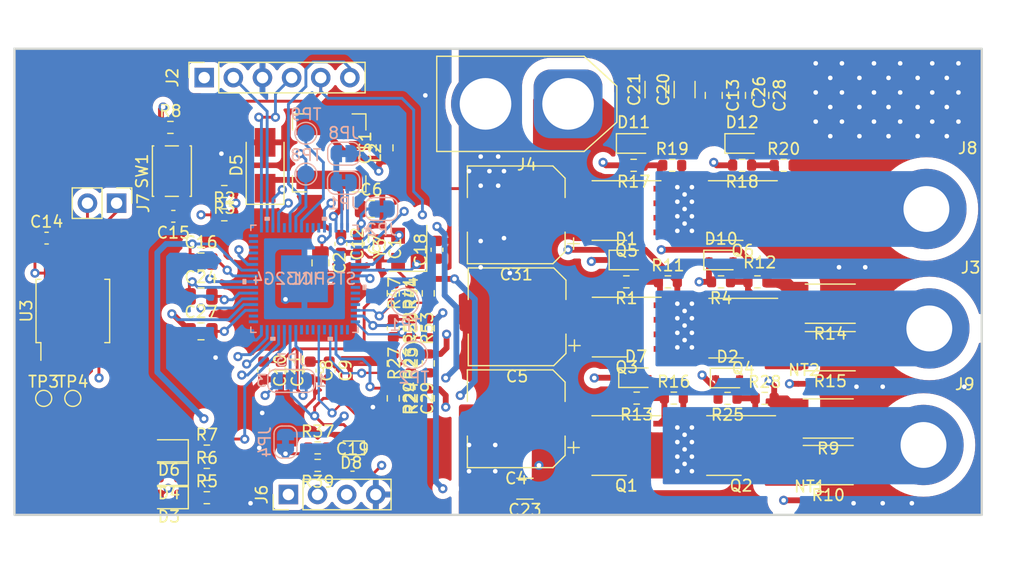
<source format=kicad_pcb>
(kicad_pcb (version 20220914) (generator pcbnew)
  (layers (0 "F.Cu" signal) (1 "In1.Cu" signal) (2 "In2.Cu" signal) (31 "B.Cu" signal) (34 "B.Paste" user) (35 "F.Paste" user) (36 "B.SilkS" user "B.Silkscreen") (37 "F.SilkS" user "F.Silkscreen") (38 "B.Mask" user) (39 "F.Mask" user) (44 "Edge.Cuts" user))
  (net 0 "")
  (net 1 "Net-(JP8-A)")
  (net 2 "VSHUNT1N")
  (net 3 "OSC_IN")
  (net 4 "Net-(IC1-VM)")
  (net 5 "SCREF")
  (net 6 "VDD")
  (net 7 "VDDA")
  (net 8 "VREF+")
  (net 9 "VBAT")
  (net 10 "VM")
  (net 11 "BOOT1")
  (net 12 "OSC_OUT")
  (net 13 "PA0")
  (net 14 "GLS1")
  (net 15 "Net-(D3-K)")
  (net 16 "Net-(D4-K)")
  (net 17 "SW")
  (net 18 "Net-(D6-K)")
  (net 19 "GHS1")
  (net 20 "USER1")
  (net 21 "CAN_SHDN")
  (net 23 "nRST")
  (net 24 "VOUT1")
  (net 25 "VOUT2")
  (net 26 "VOUT3")
  (net 28 "VBUS")
  (net 29 "OPP1")
  (net 30 "OPO1")
  (net 31 "OPN1")
  (net 32 "DAC2")
  (net 33 "OPO2")
  (net 34 "OPP2")
  (net 36 "OPN2")
  (net 37 "OPP3")
  (net 38 "OPO3")
  (net 39 "OPN3")
  (net 40 "USER2")
  (net 41 "GLS2")
  (net 42 "GLS3")
  (net 45 "BOOT3")
  (net 46 "OUT1")
  (net 47 "GHS3")
  (net 48 "BOOT2")
  (net 49 "Net-(D1-A)")
  (net 50 "GHS2")
  (net 52 "UART_TX")
  (net 53 "UART_RX")
  (net 54 "CAN_RX")
  (net 55 "CAN_TX")
  (net 56 "SWDIO")
  (net 57 "SWCLK")
  (net 59 "SPI1_MISO")
  (net 60 "SPI1_MOSI")
  (net 61 "HALL1")
  (net 62 "HALL2")
  (net 63 "HALL3")
  (net 64 "VCC")
  (net 65 "VREGIN")
  (net 66 "Net-(D2-A)")
  (net 67 "I2C1_SCL")
  (net 68 "I2C1_SDA")
  (net 69 "SPI1_NSS")
  (net 70 "VSHUNT1P")
  (net 71 "Net-(U3-MagINCn)")
  (net 72 "Net-(U3-MagDECn)")
  (net 80 "GND")
  (net 81 "Net-(D7-A)")
  (net 82 "Net-(D10-A)")
  (net 83 "Net-(D11-A)")
  (net 84 "Net-(D12-A)")
  (net 85 "VSHUNT2P")
  (net 86 "VSHUNT2N")
  (net 87 "OUT2")
  (net 88 "OUT3")
  (net 89 "SPI1_SCK")
  (footprint "my_stuff:connector_wire_esc" (layer "F.Cu") (at 18.288 10.414)
    (fp_text reference "J9")
    (fp_text value "Conn_01x01")
  )
  (footprint "Diode_SMD:D_SOD-323" (layer "F.Cu") (at -6.985 -15.875)
    (fp_text reference "D11")
    (fp_text value "1N4148WS")
  )
  (footprint "Resistor_SMD:R_0603_1608Metric" (layer "F.Cu") (at -6.985 -13.97 180)
    (fp_text reference "R17")
    (fp_text value "33")
  )
  (footprint "Capacitor_SMD:C_0805_2012Metric" (layer "F.Cu") (at 2.032 -20.066 -90)
    (fp_text reference "C26")
    (fp_text value "220nF")
  )
  (footprint "Capacitor_SMD:C_0603_1608Metric_Pad1.08x0.95mm_HandSolder" (layer "F.Cu") (at -58.166 -7.62)
    (fp_text reference "C14")
    (fp_text value "0.1uF")
  )
  (footprint "Resistor_SMD:R_2512_6332Metric" (layer "F.Cu") (at 9.983 12.169 180)
    (fp_text reference "R10")
    (fp_text value "4mΩ")
  )
  (footprint "Connector_AMASS:AMASS_XT60-F_1x02_P7.20mm_Vertical" (layer "F.Cu") (at -12.7 -19.327 180)
    (fp_text reference "J4")
    (fp_text value "Conn_01x02_Female")
  )
  (footprint "Resistor_SMD:R_0603_1608Metric" (layer "F.Cu") (at -27.94 6.35 -90)
    (fp_text reference "R29")
    (fp_text value "11k")
  )
  (footprint "my_stuff:DFN-8-1EP_6x5mm_P1.27mm_EP4x4mm" (layer "F.Cu") (at -7.62 10.462 180)
    (fp_text reference "Q1")
    (fp_text value "Q_NMOS_GDS")
  )
  (footprint "Resistor_SMD:R_0603_1608Metric" (layer "F.Cu") (at -6.718 6.327 180)
    (fp_text reference "R13")
    (fp_text value "33")
  )
  (footprint "Resistor_SMD:R_0603_1608Metric" (layer "F.Cu") (at -24.892 0.241 90)
    (fp_text reference "R50")
    (fp_text value "1.5k")
  )
  (footprint "Capacitor_SMD:CP_Elec_8x10" (layer "F.Cu") (at -17.22 -9.652 180)
    (fp_text reference "C31")
    (fp_text value "220uF")
  )
  (footprint "Diode_SMD:D_SMA" (layer "F.Cu") (at -39.116 -13.97 90)
    (fp_text reference "D5")
    (fp_text value "SS210")
  )
  (footprint "Connector_PinSocket_2.54mm:PinSocket_1x06_P2.54mm_Vertical" (layer "F.Cu") (at -44.425 -21.615 90)
    (fp_text reference "J2")
    (fp_text value "Conn_01x06_Male")
  )
  (footprint "Resistor_SMD:R_0603_1608Metric" (layer "F.Cu") (at -42.672 -11.684 180)
    (fp_text reference "R3")
    (fp_text value "10k")
  )
  (footprint "Capacitor_SMD:C_0603_1608Metric" (layer "F.Cu") (at -24.13 -6.604 90)
    (fp_text reference "C18")
    (fp_text value "20p")
  )
  (footprint "Capacitor_SMD:C_0805_2012Metric" (layer "F.Cu") (at -44.704 0.508)
    (fp_text reference "C27")
    (fp_text value "1uF")
  )
  (footprint "Capacitor_SMD:C_0603_1608Metric" (layer "F.Cu") (at -29.21 -6.731 -90)
    (fp_text reference "C1")
    (fp_text value "20p")
  )
  (footprint "Capacitor_SMD:C_0603_1608Metric" (layer "F.Cu") (at -47.117 -9.525 180)
    (fp_text reference "C15")
    (fp_text value "100nF")
  )
  (footprint "Capacitor_SMD:C_0805_2012Metric" (layer "F.Cu") (at -29.845 -10.16)
    (fp_text reference "C6")
    (fp_text value "10uF")
  )
  (footprint "Capacitor_SMD:C_0603_1608Metric" (layer "F.Cu") (at -26.416 6.35 -90)
    (fp_text reference "C29")
    (fp_text value "N.M")
  )
  (footprint "Capacitor_SMD:C_0805_2012Metric" (layer "F.Cu") (at 0 -20.066 -90)
    (fp_text reference "C13")
    (fp_text value "220nF")
  )
  (footprint "Resistor_SMD:R_0603_1608Metric" (layer "F.Cu") (at -26.416 -2.807 90)
    (fp_text reference "R47")
    (fp_text value "22k")
  )
  (footprint "Resistor_SMD:R_0603_1608Metric" (layer "F.Cu") (at -3.62 -13.97)
    (fp_text reference "R19")
    (fp_text value "N.M.")
  )
  (footprint "Resistor_SMD:R_0603_1608Metric" (layer "F.Cu") (at 0.635 -3.81 180)
    (fp_text reference "R4")
    (fp_text value "33")
  )
  (footprint "Capacitor_SMD:C_1206_3216Metric" (layer "F.Cu") (at -16.461 14.224 180)
    (fp_text reference "C23")
    (fp_text value "2.2uf")
  )
  (footprint "NetTie:NetTie-2_SMD_Pad0.5mm" (layer "F.Cu") (at 7.866 5.08)
    (fp_text reference "NT2")
    (fp_text value "NetTie_2")
  )
  (footprint "Diode_SMD:D_SOD-323" (layer "F.Cu") (at 0.635 -5.715)
    (fp_text reference "D10")
    (fp_text value "1N4148WS")
  )
  (footprint "Connector_PinHeader_2.54mm:PinHeader_1x02_P2.54mm_Vertical" (layer "F.Cu") (at -52.065 -10.668 -90)
    (fp_text reference "J7")
    (fp_text value "Conn_01x02")
  )
  (footprint "Resistor_SMD:R_0603_1608Metric" (layer "F.Cu") (at -47.371 -17.272)
    (fp_text reference "R8")
    (fp_text value "100k")
  )
  (footprint "Resistor_SMD:R_0603_1608Metric" (layer "F.Cu") (at -7.62 -3.81 180)
    (fp_text reference "R1")
    (fp_text value "33")
  )
  (footprint "Resistor_SMD:R_0603_1608Metric" (layer "F.Cu") (at 1.206 6.35 180)
    (fp_text reference "R25")
    (fp_text value "33")
  )
  (footprint "Resistor_SMD:R_0603_1608Metric" (layer "F.Cu") (at -27.94 3.302 -90)
    (fp_text reference "R26")
    (fp_text value "22k")
  )
  (footprint "Diode_SMD:D_SOD-523" (layer "F.Cu") (at -31.61 10.668 180)
    (fp_text reference "D8")
    (fp_text value "BAT30k")
  )
  (footprint "Capacitor_SMD:C_0603_1608Metric" (layer "F.Cu") (at -33.528 3.924 -90)
    (fp_text reference "C9")
    (fp_text value "100nF")
  )
  (footprint "Resistor_SMD:R_0603_1608Metric" (layer "F.Cu") (at 6.096 -13.97)
    (fp_text reference "R20")
    (fp_text value "N.M.")
  )
  (footprint "my_stuff:connector_wire_esc" (layer "F.Cu") (at 18.542 -10.16)
    (fp_text reference "J8")
    (fp_text value "Conn_01x01")
  )
  (footprint "Capacitor_SMD:C_0805_2012Metric" (layer "F.Cu") (at -34.29 -5.461 -90)
    (fp_text reference "C2")
    (fp_text value "220nF")
  )
  (footprint "Capacitor_SMD:C_0603_1608Metric" (layer "F.Cu") (at -32.512 -7.112 -90)
    (fp_text reference "C12")
    (fp_text value "100nF")
  )
  (footprint "Capacitor_SMD:C_0805_2012Metric" (layer "F.Cu") (at -28.702 -15.494 90)
    (fp_text reference "C$1")
    (fp_text value "10uf 25v")
  )
  (footprint "TestPoint:TestPoint_Pad_D1.0mm" (layer "F.Cu") (at -58.42 6.35)
    (fp_text reference "TP3")
    (fp_text value "TestPoint")
  )
  (footprint "Diode_SMD:D_SOD-323" (layer "F.Cu") (at -6.781 4.549)
    (fp_text reference "D7")
    (fp_text value "1N4148WS")
  )
  (footprint "my_stuff:DFN-8-1EP_6x5mm_P1.27mm_EP4x4mm" (layer "F.Cu") (at 2.388 10.462 180)
    (fp_text reference "Q2")
    (fp_text value "Q_NMOS_GDS")
  )
  (footprint "Capacitor_SMD:C_0603_1608Metric" (layer "F.Cu") (at -31.496 12.192)
    (fp_text reference "C19")
    (fp_text value "33nf")
  )
  (footprint "LED_SMD:LED_0805_2012Metric" (layer "F.Cu") (at -47.498 12.979 180)
    (fp_text reference "D4")
    (fp_text value "LED")
  )
  (footprint "NetTie:NetTie-2_SMD_Pad0.5mm" (layer "F.Cu") (at 8.382 15.24)
    (fp_text reference "NT1")
    (fp_text value "NetTie_2")
  )
  (footprint "Capacitor_SMD:C_0603_1608Metric" (layer "F.Cu") (at -30.988 -7.112 -90)
    (fp_text reference "C7")
    (fp_text value "100nF")
  )
  (footprint "Capacitor_SMD:C_0603_1608Metric" (layer "F.Cu") (at -39.243 3.924 -90)
    (fp_text reference "C10")
    (fp_text value "1uF")
  )
  (footprint "Button_Switch_SMD:SW_SPST_PTS810" (layer "F.Cu") (at -47.244 -13.462 90)
    (fp_text reference "SW1")
    (fp_text value "SW_MEC_5G")
  )
  (footprint "LED_SMD:LED_0805_2012Metric" (layer "F.Cu") (at -47.498 15.011 180)
    (fp_text reference "D3")
    (fp_text value "LED")
  )
  (footprint "Resistor_SMD:R_0603_1608Metric" (layer "F.Cu") (at -27.94 -2.807 -90)
    (fp_text reference "R41")
    (fp_text value "22k")
  )
  (footprint "Resistor_SMD:R_0603_1608Metric" (layer "F.Cu") (at -44.196 12.979)
    (fp_text reference "R6")
    (fp_text value "220")
  )
  (footprint "Resistor_SMD:R_2512_6332Metric" (layer "F.Cu") (at 10.16 2.238 180)
    (fp_text reference "R15")
    (fp_text value "4mΩ")
  )
  (footprint "Resistor_SMD:R_0603_1608Metric" (layer "F.Cu") (at -34.531 10.668)
    (fp_text reference "R37")
    (fp_text value "72.3k")
  )
  (footprint "my_stuff:DFN-8-1EP_6x5mm_P1.27mm_EP4x4mm" (layer "F.Cu") (at -7.588 0.135 180)
    (fp_text reference "Q3")
    (fp_text value "Q_NMOS_GDS")
  )
  (footprint "Resistor_SMD:R_0603_1608Metric" (layer "F.Cu") (at -24.892 -2.807 90)
    (fp_text reference "R44")
    (fp_text value "1.5k")
  )
  (footprint "Resistor_SMD:R_0603_1608Metric" (layer "F.Cu") (at -42.672 -9.652)
    (fp_text reference "R2")
    (fp_text value "22k")
  )
  (footprint "Capacitor_SMD:C_0603_1608Metric" (layer "F.Cu") (at -27.94 0.241 -90)
    (fp_text reference "C22")
    (fp_text value "N.M")
  )
  (footprint "Resistor_SMD:R_2512_6332Metric" (layer "F.Cu") (at 10.16 -1.905 180)
    (fp_text reference "R14")
    (fp_text value "4mΩ")
  )
  (footprint "Capacitor_SMD:C_0805_2012Metric" (layer "F.Cu") (at 4.064 -20.066 -90)
    (fp_text reference "C28")
    (fp_text value "220nF")
  )
  (footprint "Capacitor_SMD:C_1206_3216Metric" (layer "F.Cu") (at -5.08 -20.574 90)
    (fp_text reference "C21")
    (fp_text value "2.2uf")
  )
  (footprint "Crystal:Crystal_SMD_3225-4Pin_3.2x2.5mm" (layer "F.Cu") (at -26.67 -6.731 90)
    (fp_text reference "Y3")
    (fp_text value "24mhz")
  )
  (footprint "Resistor_SMD:R_0603_1608Metric" (layer "F.Cu") (at -4 -3.81)
    (fp_text reference "R11")
    (fp_text value "N.M.")
  )
  (footprint "TestPoint:TestPoint_Pad_D1.0mm" (layer "F.Cu") (at -55.88 6.35)
    (fp_text reference "TP4")
    (fp_text value "TestPoint")
  )
  (footprint "Resistor_SMD:R_0603_1608Metric" (layer "F.Cu") (at -24.892 3.302 90)
    (fp_text reference "R23")
    (fp_text value "1.5k")
  )
  (footprint "Resistor_SMD:R_0603_1608Metric" (layer "F.Cu") (at 2.476 -13.97 180)
    (fp_text reference "R18")
    (fp_text value "33")
  )
  (footprint "Package_SO:SSOP-16_5.3x6.2mm_P0.65mm" (layer "F.Cu") (at -55.88 -1.27 90)
    (fp_text reference "U3")
    (fp_text value "AS5045B")
  )
  (footprint "Resistor_SMD:R_0603_1608Metric" (layer "F.Cu") (at -34.531 12.192 180)
    (fp_text reference "R39")
    (fp_text value "3.01k")
  )
  (footprint "Resistor_SMD:R_0603_1608Metric" (layer "F.Cu") (at 3.81 -3.81)
    (fp_text reference "R12")
    (fp_text value "N.M.")
  )
  (footprint "Capacitor_SMD:CP_Elec_8x10" (layer "F.Cu") (at -17.145 -0.762 180)
    (fp_text reference "C5")
    (fp_text value "220uF")
  )
  (footprint "Capacitor_SMD:C_0603_1608Metric" (layer "F.Cu") (at -35.179 3.924 -90)
    (fp_text reference "C8")
    (fp_text value "1uF")
  )
  (footprint "Resistor_SMD:R_0603_1608Metric" (layer "F.Cu") (at -44.196 10.947)
    (fp_text reference "R7")
    (fp_text value "220")
  )
  (footprint "Resistor_SMD:R_0603_1608Metric" (layer "F.Cu") (at -26.416 0.241 -90)
    (fp_text reference "R53")
    (fp_text value "11k")
  )
  (footprint "Diode_SMD:D_SOD-323" (layer "F.Cu") (at 2.476 -15.875)
    (fp_text reference "D12")
    (fp_text value "1N4148WS")
  )
  (footprint "my_stuff:DFN-8-1EP_6x5mm_P1.27mm_EP4x4mm" (layer "F.Cu") (at -7.604 -10.025 180)
    (fp_text reference "Q5")
    (fp_text value "Q_NMOS_GDS")
  )
  (footprint "Connector_PinHeader_2.54mm:PinHeader_1x04_P2.54mm_Vertical" (layer "F.Cu") (at -37.084 14.732 90)
    (fp_text reference "J6")
    (fp_text value "Conn_01x04_Female")
  )
  (footprint "Inductor_SMD:L_Bourns-SRN6028" (layer "F.Cu") (at -33.528 -15.05 90)
    (fp_text reference "L2")
    (fp_text value "18uh")
  )
  (footprint "Resistor_SMD:R_2512_6332Metric" (layer "F.Cu") (at 9.983 8.105 180)
    (fp_text reference "R9")
    (fp_text value "4mΩ")
  )
  (footprint "Resistor_SMD:R_0603_1608Metric" (layer "F.Cu") (at -26.416 3.302 90)
    (fp_text reference "R27")
    (fp_text value "22k")
  )
  (footprint "Capacitor_SMD:C_0805_2012Metric" (layer "F.Cu") (at -44.704 -5.588)
    (fp_text reference "C16")
    (fp_text value "1uF")
  )
  (footprint "LED_SMD:LED_0805_2012Metric" (layer "F.Cu") (at -47.498 10.922 180)
    (fp_text reference "D6")
    (fp_text value "LED")
  )
  (footprint "Resistor_SMD:R_0603_1608Metric" (layer "F.Cu") (at -24.892 6.35 90)
    (fp_text reference "R24")
    (fp_text value "1.5k")
  )
  (footprint "Diode_SMD:D_SOD-323" (layer "F.Cu") (at -7.62 -5.715)
    (fp_text reference "D1")
    (fp_text value "1N4148WS")
  )
  (footprint "my_stuff:connector_wire_esc" (layer "F.Cu") (at 18.796 0.254)
    (fp_text reference "J3")
    (fp_text value "Conn_01x01")
  )
  (footprint "Capacitor_SMD:C_0603_1608Metric" (layer "F.Cu") (at -37.719 3.924 -90)
    (fp_text reference "C11")
    (fp_text value "100nF")
  )
  (footprint "Diode_SMD:D_SOD-323" (layer "F.Cu") (at 1.206 4.572)
    (fp_text reference "D2")
    (fp_text value "1N4148WS")
  )
  (footprint "Capacitor_SMD:C_0805_2012Metric" (layer "F.Cu") (at -44.704 -2.54)
    (fp_text reference "C24")
    (fp_text value "1uF")
  )
  (footprint "Resistor_SMD:R_0603_1608Metric" (layer "F.Cu") (at -3.479 6.327)
    (fp_text reference "R16")
    (fp_text value "N.M.")
  )
  (footprint "Capacitor_SMD:C_1206_3216Metric" (layer "F.Cu") (at -2.54 -20.574 90)
    (fp_text reference "C20")
    (fp_text value "2.2uf")
  )
  (footprint "Resistor_SMD:R_0603_1608Metric" (layer "F.Cu") (at 4.445 6.35)
    (fp_text reference "R28")
    (fp_text value "N.M.")
  )
  (footprint "Capacitor_SMD:CP_Elec_8x10" (layer "F.Cu") (at -17.22 8.128 180)
    (fp_text reference "C4")
    (fp_text value "220uF")
  )
  (footprint "my_stuff:DFN-8-1EP_6x5mm_P1.27mm_EP4x4mm" (layer "F.Cu") (at 2.54 -10.025 180)
    (fp_text reference "Q6")
    (fp_text value "Q_NMOS_GDS")
  )
  (footprint "my_stuff:DFN-8-1EP_6x5mm_P1.27mm_EP4x4mm" (layer "F.Cu") (at 2.572 0.23 180)
    (fp_text reference "Q4")
    (fp_text value "Q_NMOS_GDS")
  )
  (footprint "Resistor_SMD:R_0603_1608Metric" (layer "F.Cu") (at -44.196 15.011)
    (fp_text reference "R5")
    (fp_text value "220")
  )
  (footprint "spin_2:STSPIN32G4" (layer "B.Cu") (at -35.687 -4.077 180)
    (fp_text reference "IC1")
    (fp_text value "STSPIN32G4")
  )
  (footprint "Jumper:SolderJumper-2_P1.3mm_Bridged_RoundedPad1.0x1.5mm" (layer "B.Cu") (at -28.956 -10.16)
    (fp_text reference "JP2")
    (fp_text value "Jumper_2_Bridged" hide)
  )
  (footprint "Jumper:SolderJumper-2_P1.3mm_Bridged_RoundedPad1.0x1.5mm" (layer "B.Cu") (at -37.338 10.16 -90)
    (fp_text reference "JP4")
    (fp_text value "Jumper_2_Bridged" hide)
  )
  (footprint "Jumper:SolderJumper-2_P1.3mm_Bridged_RoundedPad1.0x1.5mm" (layer "B.Cu") (at -32.273 -12.446)
    (fp_text reference "JP1")
    (fp_text value "Jumper_2_Bridged" hide)
  )
  (footprint "TestPoint:TestPoint_Pad_D1.5mm" (layer "B.Cu") (at -35.56 -16.764 180)
    (fp_text reference "TP9")
    (fp_text value "TestPoint")
  )
  (footprint "Jumper:SolderJumper-2_P1.3mm_Bridged_RoundedPad1.0x1.5mm" (layer "B.Cu") (at -32.258 -14.986 180)
    (fp_text reference "JP8")
    (fp_text value "Jumper_2_Bridged")
  )
  (footprint "TestPoint:TestPoint_Pad_D2.0mm" (layer "B.Cu") (at -26.924 -2.045)
    (fp_text reference "TP1")
    (fp_text value "TestPoint")
  )
  (footprint "Jumper:SolderJumper-3_P1.3mm_Open_RoundedPad1.0x1.5mm_NumberLabels" (layer "B.Cu") (at -36.83 4.826 180)
    (fp_text reference "JP3")
    (fp_text value "Jumper_NC_Dual")
  )
  (footprint "TestPoint:TestPoint_Pad_D1.5mm" (layer "B.Cu") (at -35.56 -13.208 180)
    (fp_text reference "TP8")
    (fp_text value "TestPoint")
  )
  (footprint "TestPoint:TestPoint_Pad_D2.0mm" (layer "B.Cu") (at -26.162 2.54)
    (fp_text reference "TP2")
    (fp_text value "TestPoint")
  )
  (gr_rect (start -60.96 -24.13) (end 23.368 16.51) (stroke (width 0.2)) (fill none) (layer "Edge.Cuts"))
  (segment (start -31.562 -14.544) (end -28.702 -14.544) (width 0.508) (layer "F.Cu") (net 1))
  (segment (start -29.21 -14.036) (end -28.702 -14.544) (width 0.508) (layer "F.Cu") (net 1))
  (segment (start -29.21 -13.462) (end -29.21 -14.036) (width 0.508) (layer "F.Cu") (net 1))
  (segment (start -33.528 -16.51) (end -31.562 -14.544) (width 0.508) (layer "F.Cu") (net 1))
  (segment (start -33.528 -17.4) (end -33.528 -16.51) (width 0.508) (layer "F.Cu") (net 1))
  (via (at -29.21 -13.462) (size 0.8) (drill 0.4) (layers "F.Cu" "B.Cu") (net 1))
  (segment (start -30.734 -14.986) (end -29.21 -13.462) (width 0.508) (layer "B.Cu") (net 1))
  (segment (start -31.608 -14.986) (end -30.734 -14.986) (width 0.508) (layer "B.Cu") (net 1))
  (segment (start -24.1455 -0.584) (end -23.622 -1.1075) (width 0.508) (layer "F.Cu") (net 2))
  (segment (start -24.892 -0.584) (end -24.1455 -0.584) (width 0.508) (layer "F.Cu") (net 2))
  (segment (start 6.096 15.24) (end 7.882 15.24) (width 0.508) (layer "F.Cu") (net 2))
  (via (at -23.622 14.224) (size 0.8) (drill 0.4) (layers "F.Cu" "B.Cu") (net 2))
  (via (at -23.622 -1.1075) (size 0.8) (drill 0.4) (layers "F.Cu" "B.Cu") (net 2))
  (via (at 6.096 15.24) (size 0.8) (drill 0.4) (layers "F.Cu" "B.Cu") (net 2))
  (segment (start -24.222 -0.5075) (end -23.622 -1.1075) (width 0.508) (layer "B.Cu") (net 2))
  (segment (start -24.222 13.624) (end -24.222 -0.5075) (width 0.508) (layer "B.Cu") (net 2))
  (segment (start -23.622 14.224) (end -24.222 13.624) (width 0.508) (layer "B.Cu") (net 2))
  (segment (start -28.885 -7.831) (end -29.21 -7.506) (width 0.25) (layer "F.Cu") (net 3))
  (segment (start -27.52 -7.831) (end -28.885 -7.831) (width 0.25) (layer "F.Cu") (net 3))
  (via (at -27.432 -7.874) (size 0.8) (drill 0.4) (layers "F.Cu" "B.Cu") (net 3))
  (segment (start -27.432 -7.62) (end -29.724685 -5.327315) (width 0.25) (layer "B.Cu") (net 3))
  (segment (start -29.724685 -5.327315) (end -31.242 -5.327315) (width 0.25) (layer "B.Cu") (net 3))
  (segment (start -27.432 -7.874) (end -27.432 -7.62) (width 0.25) (layer "B.Cu") (net 3))
  (segment (start -34.29 -6.411) (end -34.163 -6.538) (width 0.25) (layer "F.Cu") (net 4))
  (segment (start -34.163 -6.538) (end -34.163 -7.5155) (width 0.25) (layer "F.Cu") (net 4))
  (via (at -32.2205 7.888994) (size 0.8) (drill 0.4) (layers "F.Cu" "B.Cu") (net 4))
  (via (at -34.163 -7.5155) (size 0.8) (drill 0.4) (layers "F.Cu" "B.Cu") (net 4))
  (segment (start -33.7595 -7.5155) (end -34.163 -7.5155) (width 0.25) (layer "B.Cu") (net 4))
  (segment (start -32.2205 7.888994) (end -33.841506 9.51) (width 0.508) (layer "B.Cu") (net 4))
  (segment (start -33.436433 -7.838567) (end -33.7595 -7.5155) (width 0.25) (layer "B.Cu") (net 4))
  (segment (start -33.841506 9.51) (end -37.338 9.51) (width 0.508) (layer "B.Cu") (net 4))
  (segment (start -33.436433 -8.522) (end -33.436433 -7.838567) (width 0.25) (layer "B.Cu") (net 4))
  (segment (start -41.656 -10.668) (end -41.656 -11.493) (width 0.25) (layer "F.Cu") (net 5))
  (segment (start -41.656 -9.843) (end -41.847 -9.652) (width 0.25) (layer "F.Cu") (net 5))
  (segment (start -41.656 -10.668) (end -41.656 -9.843) (width 0.25) (layer "F.Cu") (net 5))
  (segment (start -41.656 -11.493) (end -41.847 -11.684) (width 0.25) (layer "F.Cu") (net 5))
  (via (at -41.656 -10.668) (size 0.8) (drill 0.4) (layers "F.Cu" "B.Cu") (net 5))
  (via (at -37.092952 -10.676952) (size 0.8) (drill 0.4) (layers "F.Cu" "B.Cu") (net 5))
  (segment (start -37.937567 -8.522) (end -37.937567 -9.832337) (width 0.25) (layer "B.Cu") (net 5))
  (segment (start -37.937567 -9.832337) (end -37.092952 -10.676952) (width 0.25) (layer "B.Cu") (net 5))
  (segment (start -30.988 -8.636) (end -30.734 -8.89) (width 0.25) (layer "F.Cu") (net 6))
  (segment (start -48.196 -18.86) (end -48.006 -19.05) (width 0.508) (layer "F.Cu") (net 6))
  (segment (start -48.196 -17.272) (end -48.196 -18.86) (width 0.508) (layer "F.Cu") (net 6))
  (segment (start -59.182 -4.572) (end -58.2655 -4.572) (width 0.25) (layer "F.Cu") (net 6))
  (segment (start -58.2655 -4.572) (end -58.155 -4.6825) (width 0.25) (layer "F.Cu") (net 6))
  (segment (start -30.988 -7.887) (end -30.988 -8.636) (width 0.25) (layer "F.Cu") (net 6))
  (segment (start -59.182 -7.4665) (end -59.0285 -7.62) (width 0.25) (layer "F.Cu") (net 6))
  (segment (start -30.795 -8.951) (end -30.795 -10.16) (width 0.25) (layer "F.Cu") (net 6))
  (segment (start -53.605 2.1425) (end -53.605 4.561) (width 0.25) (layer "F.Cu") (net 6))
  (segment (start -48.384563 15.011) (end -47.56542 14.191857) (width 0.25) (layer "F.Cu") (net 6))
  (segment (start -53.605 4.561) (end -53.594 4.572) (width 0.25) (layer "F.Cu") (net 6))
  (segment (start -30.734 -8.89) (end -30.795 -8.951) (width 0.25) (layer "F.Cu") (net 6))
  (segment (start -57.505 -4.6825) (end -58.155 -4.6825) (width 0.25) (layer "F.Cu") (net 6))
  (segment (start -48.4355 15.011) (end -48.384563 15.011) (width 0.25) (layer "F.Cu") (net 6))
  (segment (start -43.497 -9.652) (end -44.704 -9.652) (width 0.25) (layer "F.Cu") (net 6))
  (segment (start -59.182 -4.572) (end -59.182 -7.4665) (width 0.25) (layer "F.Cu") (net 6))
  (via (at -53.594 4.572) (size 0.8) (drill 0.4) (layers "F.Cu" "B.Cu") (net 6))
  (via (at -47.56542 14.191857) (size 0.8) (drill 0.4) (layers "F.Cu" "B.Cu") (net 6))
  (via (at -30.734 -8.89) (size 0.8) (drill 0.4) (layers "F.Cu" "B.Cu") (net 6))
  (via (at -44.704 -9.652) (size 0.8) (drill 0.4) (layers "F.Cu" "B.Cu") (net 6))
  (via (at -59.182 -4.572) (size 0.8) (drill 0.4) (layers "F.Cu" "B.Cu") (net 6))
  (via (at -39.116 6.096) (size 0.8) (drill 0.4) (layers "F.Cu" "B.Cu") (net 6))
  (via (at -48.006 -19.05) (size 0.8) (drill 0.4) (layers "F.Cu" "B.Cu") (net 6))
  (segment (start -38.13 5.11) (end -38.13 4.826) (width 0.25) (layer "B.Cu") (net 6))
  (segment (start -39.116 6.096) (end -38.13 5.11) (width 0.25) (layer "B.Cu") (net 6))
  (segment (start -30.226 -10.16) (end -29.606 -10.16) (width 0.25) (layer "B.Cu") (net 6))
  (segment (start -30.734 -8.89) (end -30.734 -8.335945) (width 0.25) (layer "B.Cu") (net 6))
  (segment (start -30.734 -8.89) (end -30.734 -9.652) (width 0.25) (layer "B.Cu") (net 6))
  (segment (start -30.734 -8.335945) (end -31.242 -7.827945) (width 0.25) (layer "B.Cu") (net 6))
  (segment (start -30.734 -9.652) (end -30.226 -10.16) (width 0.25) (layer "B.Cu") (net 6))
  (segment (start -32.512 5.842) (end -32.512 4.165) (width 0.25) (layer "F.Cu") (net 7))
  (segment (start -34.036 6.35) (end -33.02 6.35) (width 0.25) (layer "F.Cu") (net 7))
  (segment (start -32.258 8.636) (end -30.91 9.984) (width 0.25) (layer "F.Cu") (net 7))
  (segment (start -30.91 9.984) (end -30.91 10.668) (width 0.25) (layer "F.Cu") (net 7))
  (segment (start -34.036 8.636) (end -32.258 8.636) (width 0.25) (layer "F.Cu") (net 7))
  (segment (start -34.798 7.112) (end -34.036 6.35) (width 0.25) (layer "F.Cu") (net 7))
  (segment (start -33.02 6.35) (end -32.512 5.842) (width 0.25) (layer "F.Cu") (net 7))
  (segment (start -34.328 3.149) (end -33.528 3.149) (width 0.25) (layer "F.Cu") (net 7))
  (segment (start -34.798 7.874) (end -34.798 7.112) (width 0.25) (layer "F.Cu") (net 7))
  (segment (start -32.512 4.165) (end -33.528 3.149) (width 0.25) (layer "F.Cu") (net 7))
  (segment (start -34.798 7.874) (end -34.036 8.636) (width 0.25) (layer "F.Cu") (net 7))
  (segment (start -35.179 3.149) (end -33.528 3.149) (width 0.25) (layer "F.Cu") (net 7))
  (via (at -34.798 7.874) (size 0.8) (drill 0.4) (layers "F.Cu" "B.Cu") (net 7))
  (segment (start -34.798 7.874) (end -35.061305 7.874) (width 0.25) (layer "B.Cu") (net 7))
  (segment (start -35.061305 7.874) (end -36.83 6.105305) (width 0.25) (layer "B.Cu") (net 7))
  (segment (start -36.83 6.105305) (end -36.83 4.826) (width 0.25) (layer "B.Cu") (net 7))
  (segment (start -36.937315 0.368) (end -36.937315 4.718685) (width 0.25) (layer "B.Cu") (net 7))
  (segment (start -36.937315 4.718685) (end -36.83 4.826) (width 0.25) (layer "B.Cu") (net 7))
  (segment (start -35.814 6.096) (end -36.322 5.588) (width 0.25) (layer "F.Cu") (net 8))
  (segment (start -27.94 2.477) (end -28.385 2.032) (width 0.25) (layer "F.Cu") (net 8))
  (segment (start -36.322 5.588) (end -36.322 2.032) (width 0.25) (layer "F.Cu") (net 8))
  (segment (start -28.407986 -3.632) (end -30.48 -1.559986) (width 0.25) (layer "F.Cu") (net 8))
  (segment (start -36.322 2.032) (end -36.602 2.032) (width 0.25) (layer "F.Cu") (net 8))
  (segment (start -27.94 -3.632) (end -28.407986 -3.632) (width 0.25) (layer "F.Cu") (net 8))
  (segment (start -28.385 2.032) (end -36.068 2.032) (width 0.25) (layer "F.Cu") (net 8))
  (segment (start -36.602 2.032) (end -37.719 3.149) (width 0.25) (layer "F.Cu") (net 8))
  (segment (start -39.243 3.149) (end -37.719 3.149) (width 0.25) (layer "F.Cu") (net 8))
  (segment (start -30.48 -1.559986) (end -30.48 2.032) (width 0.25) (layer "F.Cu") (net 8))
  (segment (start -36.068 2.032) (end -36.322 2.032) (width 0.25) (layer "F.Cu") (net 8))
  (via (at -35.814 6.096) (size 0.8) (drill 0.4) (layers "F.Cu" "B.Cu") (net 8))
  (segment (start -36.437189 1.789811) (end -36.437189 0.368) (width 0.25) (layer "B.Cu") (net 8))
  (segment (start -35.941 4.064) (end -35.941 2.286) (width 0.25) (layer "B.Cu") (net 8))
  (segment (start -35.941 2.286) (end -36.437189 1.789811) (width 0.25) (layer "B.Cu") (net 8))
  (segment (start -35.53 5.812) (end -35.53 4.826) (width 0.25) (layer "B.Cu") (net 8))
  (segment (start -35.814 6.096) (end -35.53 5.812) (width 0.25) (layer "B.Cu") (net 8))
  (segment (start -32.512 -7.887) (end -32.512 -7.3865) (width 0.25) (layer "F.Cu") (net 9))
  (via (at -32.512 -7.3865) (size 0.8) (drill 0.4) (layers "F.Cu" "B.Cu") (net 9))
  (segment (start -31.242 -7.327819) (end -30.689197 -7.327819) (width 0.25) (layer "B.Cu") (net 9))
  (segment (start -32.453319 -7.327819) (end -32.512 -7.3865) (width 0.25) (layer "B.Cu") (net 9))
  (segment (start -29.972 -8.045016) (end -29.972 -8.89) (width 0.25) (layer "B.Cu") (net 9))
  (segment (start -29.972 -8.89) (end -29.777 -9.085) (width 0.25) (layer "B.Cu") (net 9))
  (segment (start -28.97138 -9.085) (end -28.306 -9.75038) (width 0.25) (layer "B.Cu") (net 9))
  (segment (start -31.242 -7.327819) (end -32.453319 -7.327819) (width 0.25) (layer "B.Cu") (net 9))
  (segment (start -29.777 -9.085) (end -28.97138 -9.085) (width 0.25) (layer "B.Cu") (net 9))
  (segment (start -30.689197 -7.327819) (end -29.972 -8.045016) (width 0.25) (layer "B.Cu") (net 9))
  (segment (start -28.306 -9.75038) (end -28.306 -10.16) (width 0.25) (layer "B.Cu") (net 9))
  (segment (start 4.064 -19.116) (end 2.032 -19.116) (width 0.508) (layer "F.Cu") (net 10))
  (segment (start 0 -19.116) (end -2.523 -19.116) (width 0.508) (layer "F.Cu") (net 10))
  (segment (start -2.523 -19.116) (end -2.54 -19.099) (width 0.508) (layer "F.Cu") (net 10))
  (segment (start -2.54 -19.099) (end -5.08 -19.099) (width 0.508) (layer "F.Cu") (net 10))
  (segment (start -6.555 -19.099) (end -6.809 -19.099) (width 0.508) (layer "F.Cu") (net 10))
  (segment (start -5.08 -19.099) (end -6.555 -19.099) (width 0.508) (layer "F.Cu") (net 10))
  (segment (start 2.032 -19.116) (end 0 -19.116) (width 0.508) (layer "F.Cu") (net 10))
  (segment (start -37.338 11.176) (end -35.864 11.176) (width 0.25) (layer "F.Cu") (net 10))
  (segment (start -35.864 11.176) (end -35.356 10.668) (width 0.25) (layer "F.Cu") (net 10))
  (segment (start -6.809 -19.099) (end -8.128 -17.78) (width 0.508) (layer "F.Cu") (net 10))
  (via (at -15.24 12.192) (size 0.8) (drill 0.4) (layers "F.Cu" "B.Cu") (net 10))
  (via (at -37.338 11.176) (size 0.8) (drill 0.4) (layers "F.Cu" "B.Cu") (net 10))
  (segment (start -37.338 11.176) (end -37.338 10.81) (width 0.25) (layer "B.Cu") (net 10))
  (segment (start -42.418 -4.826) (end -43.18 -5.588) (width 0.25) (layer "F.Cu") (net 11))
  (segment (start -43.18 -5.588) (end -43.754 -5.588) (width 0.25) (layer "F.Cu") (net 11))
  (via (at -42.418 -4.826) (size 0.8) (drill 0.4) (layers "F.Cu" "B.Cu") (net 11))
  (segment (start -42.418 -4.826) (end -41.919063 -4.327063) (width 0.25) (layer "B.Cu") (net 11))
  (segment (start -41.919063 -4.327063) (end -40.132 -4.327063) (width 0.25) (layer "B.Cu") (net 11))
  (segment (start -24.328 -5.631) (end -24.13 -5.829) (width 0.25) (layer "F.Cu") (net 12))
  (segment (start -25.82 -5.631) (end -24.328 -5.631) (width 0.25) (layer "F.Cu") (net 12))
  (via (at -25.908 -5.334) (size 0.8) (drill 0.4) (layers "F.Cu" "B.Cu") (net 12))
  (segment (start -25.908 -5.334) (end -26.414811 -4.827189) (width 0.25) (layer "B.Cu") (net 12))
  (segment (start -26.414811 -4.827189) (end -31.242 -4.827189) (width 0.25) (layer "B.Cu") (net 12))
  (segment (start -32.271 12.192) (end -33.706 12.192) (width 0.25) (layer "F.Cu") (net 13))
  (segment (start -33.706 12.192) (end -33.706 10.668) (width 0.25) (layer "F.Cu") (net 13))
  (segment (start -32.31 10.668) (end -33.706 10.668) (width 0.25) (layer "F.Cu") (net 13))
  (segment (start 0.381 6.35) (end 0.381 5.715) (width 0.508) (layer "F.Cu") (net 14))
  (segment (start 0.381 5.715) (end -1.016 4.318) (width 0.508) (layer "F.Cu") (net 14))
  (segment (start 0.381 4.797) (end 0.156 4.572) (width 0.508) (layer "F.Cu") (net 14))
  (segment (start 0.381 6.35) (end 0.381 4.797) (width 0.508) (layer "F.Cu") (net 14))
  (via (at -1.016 4.318) (size 0.8) (drill 0.4) (layers "F.Cu" "B.Cu") (net 14))
  (via (at -41.148 4.318) (size 0.8) (drill 0.4) (layers "F.Cu" "B.Cu") (net 14))
  (segment (start -41.148 4.318) (end -40.64 4.318) (width 0.25) (layer "B.Cu") (net 14))
  (segment (start -37.937567 1.615567) (end -37.937567 0.368) (width 0.25) (layer "B.Cu") (net 14))
  (segment (start -40.64 4.318) (end -37.937567 1.615567) (width 0.25) (layer "B.Cu") (net 14))
  (segment (start -46.5605 15.011) (end -45.021 15.011) (width 0.25) (layer "F.Cu") (net 15))
  (segment (start -45.021 12.979) (end -46.5605 12.979) (width 0.25) (layer "F.Cu") (net 16))
  (segment (start -33.528 -12.7) (end -32.512 -11.684) (width 0.508) (layer "F.Cu") (net 17))
  (segment (start -32.512 -11.684) (end -32.512 -10.173681) (width 0.508) (layer "F.Cu") (net 17))
  (segment (start -33.528 -12.7) (end -38.386 -12.7) (width 0.508) (layer "F.Cu") (net 17))
  (segment (start -38.386 -12.7) (end -39.116 -11.97) (width 0.508) (layer "F.Cu") (net 17))
  (segment (start -32.512 -10.173681) (end -33.160681 -9.525) (width 0.508) (layer "F.Cu") (net 17))
  (via (at -33.160681 -9.525) (size 0.8) (drill 0.4) (layers "F.Cu" "B.Cu") (net 17))
  (segment (start -32.936307 -8.522) (end -32.936307 -9.300626) (width 0.25) (layer "B.Cu") (net 17))
  (segment (start -32.936307 -9.300626) (end -33.160681 -9.525) (width 0.25) (layer "B.Cu") (net 17))
  (segment (start -46.5355 10.947) (end -46.5605 10.922) (width 0.25) (layer "F.Cu") (net 18))
  (segment (start -45.021 10.947) (end -46.5355 10.947) (width 0.25) (layer "F.Cu") (net 18))
  (segment (start -7.543 6.327) (end -7.543 4.837) (width 0.508) (layer "F.Cu") (net 19))
  (segment (start -7.543 4.837) (end -7.831 4.549) (width 0.508) (layer "F.Cu") (net 19))
  (segment (start -7.831 4.549) (end -10.391 4.549) (width 0.508) (layer "F.Cu") (net 19))
  (segment (start -10.391 4.549) (end -10.414 4.572) (width 0.508) (layer "F.Cu") (net 19))
  (via (at -24.13 -8.636) (size 0.8) (drill 0.4) (layers "F.Cu" "B.Cu") (net 19))
  (via (at -10.414 4.572) (size 0.8) (drill 0.4) (layers "F.Cu" "B.Cu") (net 19))
  (via (at -41.402 -6.604) (size 0.8) (drill 0.4) (layers "F.Cu" "B.Cu") (net 19))
  (via (at -23.3685 4.572) (size 0.8) (drill 0.4) (layers "F.Cu" "B.Cu") (net 19))
  (segment (start -41.402 -6.096) (end -41.402 -6.604) (width 0.25) (layer "B.Cu") (net 19))
  (segment (start -22.438497 3.641997) (end -23.3685 4.572) (width 0.508) (layer "B.Cu") (net 19))
  (segment (start -22.438497 -1.610497) (end -22.438497 3.641997) (width 0.508) (layer "B.Cu") (net 19))
  (segment (start -24.13 -8.636) (end -23.46 -7.966) (width 0.508) (layer "B.Cu") (net 19))
  (segment (start -40.633315 -5.327315) (end -41.402 -6.096) (width 0.25) (layer "B.Cu") (net 19))
  (segment (start -23.46 -7.966) (end -23.46 -2.632) (width 0.508) (layer "B.Cu") (net 19))
  (segment (start -40.132 -5.327315) (end -40.633315 -5.327315) (width 0.25) (layer "B.Cu") (net 19))
  (segment (start -23.46 -2.632) (end -22.438497 -1.610497) (width 0.508) (layer "B.Cu") (net 19))
  (segment (start -29.756 12.992) (end -42.140538 12.992) (width 0.25) (layer "F.Cu") (net 20))
  (segment (start -47.4035 11.947) (end -48.4355 12.979) (width 0.25) (layer "F.Cu") (net 20))
  (segment (start -42.140538 12.992) (end -43.185538 11.947) (width 0.25) (layer "F.Cu") (net 20))
  (segment (start -28.956 12.192) (end -29.756 12.992) (width 0.25) (layer "F.Cu") (net 20))
  (segment (start -43.185538 11.947) (end -47.4035 11.947) (width 0.25) (layer "F.Cu") (net 20))
  (via (at -26.993636 -9.952424) (size 0.8) (drill 0.4) (layers "F.Cu" "B.Cu") (net 20))
  (via (at -28.956 12.192) (size 0.8) (drill 0.4) (layers "F.Cu" "B.Cu") (net 20))
  (segment (start -31.242 -6.827693) (end -30.118367 -6.827693) (width 0.25) (layer "B.Cu") (net 20))
  (segment (start -30.118367 -6.827693) (end -26.993636 -9.952424) (width 0.25) (layer "B.Cu") (net 20))
  (segment (start -46.169 -16.895) (end -46.546 -17.272) (width 0.25) (layer "F.Cu") (net 23))
  (segment (start -46.169 -11.387) (end -46.169 -15.537) (width 0.25) (layer "F.Cu") (net 23))
  (segment (start -35.052 -19.558) (end -34.265 -20.345) (width 0.25) (layer "F.Cu") (net 23))
  (segment (start -34.265 -20.345) (end -34.265 -21.615) (width 0.25) (layer "F.Cu") (net 23))
  (segment (start -46.546 -17.272) (end -44.26 -19.558) (width 0.25) (layer "F.Cu") (net 23))
  (segment (start -46.342 -11.214) (end -46.169 -11.387) (width 0.25) (layer "F.Cu") (net 23))
  (segment (start -46.342 -9.525) (end -46.342 -11.214) (width 0.25) (layer "F.Cu") (net 23))
  (segment (start -44.26 -19.558) (end -35.052 -19.558) (width 0.25) (layer "F.Cu") (net 23))
  (segment (start -46.169 -15.537) (end -46.169 -16.895) (width 0.25) (layer "F.Cu") (net 23))
  (via (at -25.4 -9.652) (size 0.8) (drill 0.4) (layers "F.Cu" "B.Cu") (net 23))
  (via (at -29.972 -4.1015) (size 0.8) (drill 0.4) (layers "F.Cu" "B.Cu") (net 23))
  (segment (start -27.178 -19.812) (end -33.63 -19.812) (width 0.25) (layer "B.Cu") (net 23))
  (segment (start -25.4 -10.922) (end -26.162 -11.684) (width 0.25) (layer "B.Cu") (net 23))
  (segment (start -33.63 -19.812) (end -34.265 -20.447) (width 0.25) (layer "B.Cu") (net 23))
  (segment (start -25.4 -9.652) (end -25.4 -10.922) (width 0.25) (layer "B.Cu") (net 23))
  (segment (start -30.197563 -4.327063) (end -29.972 -4.1015) (width 0.25) (layer "B.Cu") (net 23))
  (segment (start -31.242 -4.327063) (end -30.197563 -4.327063) (width 0.25) (layer "B.Cu") (net 23))
  (segment (start -34.265 -20.447) (end -34.265 -21.615) (width 0.25) (layer "B.Cu") (net 23))
  (segment (start -26.162 -18.796) (end -27.178 -19.812) (width 0.25) (layer "B.Cu") (net 23))
  (segment (start -26.162 -11.684) (end -26.162 -18.796) (width 0.25) (layer "B.Cu") (net 23))
  (segment (start -29.163576 -0.831636) (end -29.090364 -0.831636) (width 0.2) (layer "F.Cu") (net 29))
  (segment (start -29.090364 -0.831636) (end -27.94 -1.982) (width 0.2) (layer "F.Cu") (net 29))
  (segment (start -27.94 -1.982) (end -26.416 -1.982) (width 0.2) (layer "F.Cu") (net 29))
  (segment (start -26.416 -1.982) (end -24.892 -1.982) (width 0.2) (layer "F.Cu") (net 29))
  (via (at -29.163576 -0.831636) (size 0.8) (drill 0.4) (layers "F.Cu" "B.Cu") (net 29))
  (segment (start -29.163576 -0.831636) (end -29.658247 -1.326307) (width 0.2) (layer "B.Cu") (net 29))
  (segment (start -27.950212 -2.045) (end -26.924 -2.045) (width 0.2) (layer "B.Cu") (net 29))
  (segment (start -29.658247 -1.326307) (end -31.242 -1.326307) (width 0.2) (layer "B.Cu") (net 29))
  (segment (start -29.163576 -0.831636) (end -27.950212 -2.045) (width 0.2) (layer "B.Cu") (net 29))
  (segment (start -29.718 0) (end -28.474 0) (width 0.25) (layer "F.Cu") (net 30))
  (segment (start -28.474 0) (end -27.94 -0.534) (width 0.25) (layer "F.Cu") (net 30))
  (segment (start -27.94 -0.534) (end -26.466 -0.534) (width 0.25) (layer "F.Cu") (net 30))
  (segment (start -26.466 -0.534) (end -26.416 -0.584) (width 0.25) (layer "F.Cu") (net 30))
  (via (at -29.718 0) (size 0.8) (drill 0.4) (layers "F.Cu" "B.Cu") (net 30))
  (segment (start -27.603805 0) (end -27.478305 -0.1255) (width 0.25) (layer "B.Cu") (net 30))
  (segment (start -29.718 0) (end -27.603805 0) (width 0.25) (layer "B.Cu") (net 30))
  (segment (start -29.718 0) (end -30.544181 -0.826181) (width 0.25) (layer "B.Cu") (net 30))
  (segment (start -26.162 0.254) (end -26.162 2.54) (width 0.25) (layer "B.Cu") (net 30))
  (segment (start -30.544181 -0.826181) (end -31.242 -0.826181) (width 0.25) (layer "B.Cu") (net 30))
  (segment (start -27.478305 -0.1255) (end -26.5415 -0.1255) (width 0.25) (layer "B.Cu") (net 30))
  (segment (start -26.5415 -0.1255) (end -26.162 0.254) (width 0.25) (layer "B.Cu") (net 30))
  (segment (start -26.416 1.066) (end -24.892 1.066) (width 0.2) (layer "F.Cu") (net 31))
  (segment (start -26.466 1.016) (end -26.416 1.066) (width 0.2) (layer "F.Cu") (net 31))
  (segment (start -27.178 0.5995) (end -27.5235 0.5995) (width 0.2) (layer "F.Cu") (net 31))
  (segment (start -27.5235 0.5995) (end -27.94 1.016) (width 0.2) (layer "F.Cu") (net 31))
  (segment (start -27.94 1.016) (end -26.466 1.016) (width 0.2) (layer "F.Cu") (net 31))
  (via (at -27.178 0.5995) (size 0.8) (drill 0.4) (layers "F.Cu" "B.Cu") (net 31))
  (segment (start -27.3405 0.762) (end -30.153945 0.762) (width 0.2) (layer "B.Cu") (net 31))
  (segment (start -27.178 0.5995) (end -27.3405 0.762) (width 0.2) (layer "B.Cu") (net 31))
  (segment (start -30.153945 0.762) (end -31.242 -0.326055) (width 0.2) (layer "B.Cu") (net 31))
  (segment (start -29.845 5.461) (end -28.004 5.461) (width 0.25) (layer "F.Cu") (net 33))
  (segment (start -27.89 5.575) (end -27.94 5.525) (width 0.25) (layer "F.Cu") (net 33))
  (segment (start -29.972 5.334) (end -29.845 5.461) (width 0.25) (layer "F.Cu") (net 33))
  (segment (start -28.004 5.461) (end -27.94 5.525) (width 0.25) (layer "F.Cu") (net 33))
  (segment (start -26.416 5.575) (end -27.89 5.575) (width 0.25) (layer "F.Cu") (net 33))
  (via (at -29.972 5.334) (size 0.8) (drill 0.4) (layers "F.Cu" "B.Cu") (net 33))
  (segment (start -29.972 5.334) (end -29.972 3.556) (width 0.25) (layer "B.Cu") (net 33))
  (segment (start -29.972 3.556) (end -30.607 2.921) (width 0.25) (layer "B.Cu") (net 33))
  (segment (start -30.607 2.921) (end -32.512 2.921) (width 0.25) (layer "B.Cu") (net 33))
  (segment (start -32.936307 2.496693) (end -32.936307 0.368) (width 0.25) (layer "B.Cu") (net 33))
  (segment (start -32.512 2.921) (end -32.936307 2.496693) (width 0.25) (layer "B.Cu") (net 33))
  (segment (start -30.668 4.127) (end -27.94 4.127) (width 0.2) (layer "F.Cu") (net 34))
  (segment (start -30.6965 4.1555) (end -30.668 4.127) (width 0.2) (layer "F.Cu") (net 34))
  (segment (start -26.416 4.127) (end -27.94 4.127) (width 0.2) (layer "F.Cu") (net 34))
  (segment (start -24.892 4.127) (end -26.416 4.127) (width 0.2) (layer "F.Cu") (net 34))
  (via (at -30.6965 4.1555) (size 0.8) (drill 0.4) (layers "F.Cu" "B.Cu") (net 34))
  (segment (start -33.436433 3.016395) (end -33.436433 0.368) (width 0.2) (layer "B.Cu") (net 34))
  (segment (start -30.6965 4.1555) (end -32.297328 4.1555) (width 0.2) (layer "B.Cu") (net 34))
  (segment (start -32.297328 4.1555) (end -33.436433 3.016395) (width 0.2) (layer "B.Cu") (net 34))
  (segment (start -33.274 7.62) (end -32.512 6.858) (width 0.2) (layer "F.Cu") (net 36))
  (segment (start -26.416 7.125) (end -27.89 7.125) (width 0.2) (layer "F.Cu") (net 36))
  (segment (start -32.512 6.858) (end -32.132772 6.858) (width 0.2) (layer "F.Cu") (net 36))
  (segment (start -26.366 7.175) (end -26.416 7.125) (width 0.2) (layer "F.Cu") (net 36))
  (segment (start -27.89 7.125) (end -27.94 7.175) (width 0.2) (layer "F.Cu") (net 36))
  (segment (start -30.862772 8.128) (end -28.893 8.128) (width 0.2) (layer "F.Cu") (net 36))
  (segment (start -28.893 8.128) (end -27.94 7.175) (width 0.2) (layer "F.Cu") (net 36))
  (segment (start -24.892 7.175) (end -26.366 7.175) (width 0.2) (layer "F.Cu") (net 36))
  (segment (start -32.132772 6.858) (end -30.862772 8.128) (width 0.2) (layer "F.Cu") (net 36))
  (via (at -33.274 7.62) (size 0.8) (drill 0.4) (layers "F.Cu" "B.Cu") (net 36))
  (segment (start -34.436685 6.457315) (end -34.436685 0.368) (width 0.2) (layer "B.Cu") (net 36))
  (segment (start -33.274 7.62) (end -34.436685 6.457315) (width 0.2) (layer "B.Cu") (net 36))
  (segment (start -40.894 9.906) (end -40.903 9.897) (width 0.25) (layer "F.Cu") (net 40))
  (segment (start -40.903 9.897) (end -47.4105 9.897) (width 0.25) (layer "F.Cu") (net 40))
  (segment (start -47.4105 9.897) (end -48.4355 10.922) (width 0.25) (layer "F.Cu") (net 40))
  (via (at -40.894 9.906) (size 0.8) (drill 0.4) (layers "F.Cu" "B.Cu") (net 40))
  (segment (start -40.894 5.334) (end -37.437441 1.877441) (width 0.25) (layer "B.Cu") (net 40))
  (segment (start -37.437441 1.877441) (end -37.437441 0.368) (width 0.25) (layer "B.Cu") (net 40))
  (segment (start -40.894 9.906) (end -40.894 5.334) (width 0.25) (layer "B.Cu") (net 40))
  (segment (start -0.415 -5.715) (end -0.415 -4.035) (width 0.508) (layer "F.Cu") (net 41))
  (segment (start -0.415 -4.035) (end -0.19 -3.81) (width 0.508) (layer "F.Cu") (net 41))
  (segment (start -0.19 -3.81) (end -1.27 -3.81) (width 0.508) (layer "F.Cu") (net 41))
  (via (at -1.27 -3.81) (size 0.8) (drill 0.4) (layers "F.Cu" "B.Cu") (net 41))
  (via (at -40.724875 3.355065) (size 0.8) (drill 0.4) (layers "F.Cu" "B.Cu") (net 41))
  (segment (start -40.724875 3.355065) (end -40.564669 3.355065) (width 0.25) (layer "B.Cu") (net 41))
  (segment (start -38.437693 1.228089) (end -38.437693 0.368) (width 0.25) (layer "B.Cu") (net 41))
  (segment (start -40.564669 3.355065) (end -38.437693 1.228089) (width 0.25) (layer "B.Cu") (net 41))
  (segment (start 0.254 -13.97) (end 0 -14.224) (width 0.508) (layer "F.Cu") (net 42))
  (segment (start 1.651 -13.97) (end 0.254 -13.97) (width 0.508) (layer "F.Cu") (net 42))
  (segment (start 1.651 -15.65) (end 1.426 -15.875) (width 0.508) (layer "F.Cu") (net 42))
  (segment (start 1.651 -13.97) (end 1.651 -15.65) (width 0.508) (layer "F.Cu") (net 42))
  (via (at -41.48285 2.703544) (size 0.8) (drill 0.4) (layers "F.Cu" "B.Cu") (net 42))
  (via (at 0 -14.224) (size 0.8) (drill 0.4) (layers "F.Cu" "B.Cu") (net 42))
  (segment (start -40.386 2.54) (end -38.937819 1.091819) (width 0.25) (layer "B.Cu") (net 42))
  (segment (start -38.937819 1.091819) (end -38.937819 0.368) (width 0.25) (layer "B.Cu") (net 42))
  (segment (start -41.48285 2.703544) (end -41.319306 2.54) (width 0.25) (layer "B.Cu") (net 42))
  (segment (start -41.319306 2.54) (end -40.386 2.54) (width 0.25) (layer "B.Cu") (net 42))
  (segment (start -42.672 0.508) (end -43.754 0.508) (width 0.25) (layer "F.Cu") (net 45))
  (via (at -42.672 0.508) (size 0.8) (drill 0.4) (layers "F.Cu" "B.Cu") (net 45))
  (segment (start -40.837693 -1.326307) (end -40.132 -1.326307) (width 0.25) (layer "B.Cu") (net 45))
  (segment (start -42.672 0.508) (end -40.837693 -1.326307) (width 0.25) (layer "B.Cu") (net 45))
  (segment (start -2.654 6.327) (end -2.654 8.369) (width 0.508) (layer "F.Cu") (net 46))
  (segment (start -2.654 8.369) (end -3.175 8.89) (width 0.508) (layer "F.Cu") (net 46))
  (segment (start -45.654 -6.924) (end -45.654 -5.588) (width 0.25) (layer "F.Cu") (net 46))
  (segment (start -45.466 -7.112) (end -45.654 -6.924) (width 0.25) (layer "F.Cu") (net 46))
  (via (at -1.905 12.7) (size 0.8) (drill 0.4) (layers "F.Cu" "B.Cu") (net 46))
  (via (at -3.175 12.7) (size 0.8) (drill 0.4) (layers "F.Cu" "B.Cu") (net 46))
  (via (at -44.45 8.128) (size 0.8) (drill 0.4) (layers "F.Cu" "B.Cu") (net 46))
  (via (at -1.905 8.89) (size 0.8) (drill 0.4) (layers "F.Cu" "B.Cu") (net 46))
  (via (at -3.175 11.43) (size 0.8) (drill 0.4) (layers "F.Cu" "B.Cu") (net 46))
  (via (at -3.175 8.89) (size 0.8) (drill 0.4) (layers "F.Cu" "B.Cu") (net 46))
  (via (at -1.905 11.43) (size 0.8) (drill 0.4) (layers "F.Cu" "B.Cu") (net 46))
  (via (at -1.905 10.16) (size 0.8) (drill 0.4) (layers "F.Cu" "B.Cu") (net 46))
  (via (at -2.54 9.525) (size 0.8) (drill 0.4) (layers "F.Cu" "B.Cu") (net 46))
  (via (at -45.466 -7.112) (size 0.8) (drill 0.4) (layers "F.Cu" "B.Cu") (net 46))
  (via (at -2.54 12.065) (size 0.8) (drill 0.4) (layers "F.Cu" "B.Cu") (net 46))
  (via (at -3.175 10.16) (size 0.8) (drill 0.4) (layers "F.Cu" "B.Cu") (net 46))
  (via (at -2.54 10.795) (size 0.8) (drill 0.4) (layers "F.Cu" "B.Cu") (net 46))
  (segment (start -48.514 4.064) (end -48.514 -6.35) (width 0.508) (layer "B.Cu") (net 46))
  (segment (start -44.45 8.128) (end -48.514 4.064) (width 0.508) (layer "B.Cu") (net 46))
  (segment (start -47.752 -7.112) (end -45.466 -7.112) (width 0.508) (layer "B.Cu") (net 46))
  (segment (start -45.466 -7.112) (end -43.434 -7.112) (width 0.25) (layer "B.Cu") (net 46))
  (segment (start -48.514 -6.35) (end -47.752 -7.112) (width 0.508) (layer "B.Cu") (net 46))
  (segment (start -43.434 -7.112) (end -41.149189 -4.827189) (width 0.25) (layer "B.Cu") (net 46))
  (segment (start -41.149189 -4.827189) (end -40.132 -4.827189) (width 0.25) (layer "B.Cu") (net 46))
  (segment (start -9.398 -13.97) (end -9.652 -14.224) (width 0.508) (layer "F.Cu") (net 47))
  (segment (start -7.81 -13.97) (end -7.81 -15.65) (width 0.508) (layer "F.Cu") (net 47))
  (segment (start -7.81 -15.65) (end -8.035 -15.875) (width 0.508) (layer "F.Cu") (net 47))
  (segment (start -7.81 -13.97) (end -9.398 -13.97) (width 0.508) (layer "F.Cu") (net 47))
  (via (at -9.652 -14.224) (size 0.8) (drill 0.4) (layers "F.Cu" "B.Cu") (net 47))
  (via (at -44.704 -1.524) (size 0.8) (drill 0.4) (layers "F.Cu" "B.Cu") (net 47))
  (segment (start -41.912792 -1.524) (end -41.110233 -2.326559) (width 0.25) (layer "B.Cu") (net 47))
  (segment (start -41.110233 -2.326559) (end -40.132 -2.326559) (width 0.25) (layer "B.Cu") (net 47))
  (segment (start -44.704 -1.524) (end -41.912792 -1.524) (width 0.25) (layer "B.Cu") (net 47))
  (segment (start -42.9635 -2.54) (end -43.754 -2.54) (width 0.25) (layer "F.Cu") (net 48))
  (segment (start -42.672 -2.2485) (end -42.9635 -2.54) (width 0.25) (layer "F.Cu") (net 48))
  (via (at -42.672 -2.2485) (size 0.8) (drill 0.4) (layers "F.Cu" "B.Cu") (net 48))
  (segment (start -41.9475 -2.2485) (end -41.369315 -2.826685) (width 0.25) (layer "B.Cu") (net 48))
  (segment (start -42.672 -2.2485) (end -41.9475 -2.2485) (width 0.25) (layer "B.Cu") (net 48))
  (segment (start -41.369315 -2.826685) (end -40.132 -2.826685) (width 0.25) (layer "B.Cu") (net 48))
  (segment (start -4.825 -3.81) (end -6.795 -3.81) (width 0.508) (layer "F.Cu") (net 49))
  (segment (start -6.57 -5.715) (end -6.57 -4.035) (width 0.508) (layer "F.Cu") (net 49))
  (segment (start -4.688 -3.673) (end -4.825 -3.81) (width 0.508) (layer "F.Cu") (net 49))
  (segment (start -6.57 -4.035) (end -6.795 -3.81) (width 0.508) (layer "F.Cu") (net 49))
  (segment (start -4.688 -1.77) (end -4.688 -3.673) (width 0.508) (layer "F.Cu") (net 49))
  (segment (start -8.445 -5.49) (end -8.67 -5.715) (width 0.508) (layer "F.Cu") (net 50))
  (segment (start -8.67 -5.715) (end -10.541 -5.715) (width 0.508) (layer "F.Cu") (net 50))
  (segment (start -8.445 -3.81) (end -8.445 -5.49) (width 0.508) (layer "F.Cu") (net 50))
  (segment (start -10.541 -5.715) (end -10.668 -5.588) (width 0.508) (layer "F.Cu") (net 50))
  (via (at -43.942 -4.064) (size 0.8) (drill 0.4) (layers "F.Cu" "B.Cu") (net 50))
  (via (at -10.668 -5.588) (size 0.8) (drill 0.4) (layers "F.Cu" "B.Cu") (net 50))
  (segment (start -40.132 -3.826937) (end -43.704937 -3.826937) (width 0.25) (layer "B.Cu") (net 50))
  (segment (start -43.704937 -3.826937) (end -43.942 -4.064) (width 0.25) (layer "B.Cu") (net 50))
  (segment (start -38.213319 -18.161) (end -39.662319 -18.161) (width 0.25) (layer "F.Cu") (net 56))
  (via (at -38.213319 -18.161) (size 0.8) (drill 0.4) (layers "F.Cu" "B.Cu") (net 56))
  (via (at -39.662319 -18.161) (size 0.8) (drill 0.4) (layers "F.Cu" "B.Cu") (net 56))
  (segment (start -39.662319 -18.161) (end -39.437945 -17.936626) (width 0.25) (layer "B.Cu") (net 56))
  (segment (start -38.213319 -18.161) (end -38.213319 -20.206681) (width 0.25) (layer "B.Cu") (net 56))
  (segment (start -39.437945 -17.936626) (end -39.437945 -8.522) (width 0.25) (layer "B.Cu") (net 56))
  (segment (start -38.213319 -20.206681) (end -36.805 -21.615) (width 0.25) (layer "B.Cu") (net 56))
  (segment (start -38.937819 -18.667819) (end -41.885 -21.615) (width 0.25) (layer "B.Cu") (net 57))
  (segment (start -38.937819 -8.522) (end -38.937819 -18.667819) (width 0.25) (layer "B.Cu") (net 57))
  (segment (start -53.605 -8.371) (end -52.065 -9.911) (width 0.25) (layer "F.Cu") (net 59))
  (segment (start -52.065 -9.911) (end -52.065 -10.668) (width 0.25) (layer "F.Cu") (net 59))
  (segment (start -53.605 -4.6825) (end -53.605 -8.371) (width 0.25) (layer "F.Cu") (net 59))
  (via (at -36.068 -14.986) (size 0.8) (drill 0.4) (layers "F.Cu" "B.Cu") (net 59))
  (segment (start -35.56 -14.478) (end -36.068 -14.986) (width 0.25) (layer "B.Cu") (net 59))
  (segment (start -36.437189 -9.477265) (end -35.56 -10.354454) (width 0.25) (layer "B.Cu") (net 59))
  (segment (start -35.56 -10.354454) (end -35.56 -13.208) (width 0.25) (layer "B.Cu") (net 59))
  (segment (start -35.56 -13.208) (end -35.56 -14.478) (width 0.25) (layer "B.Cu") (net 59))
  (segment (start -36.437189 -8.522) (end -36.437189 -9.477265) (width 0.25) (layer "B.Cu") (net 59))
  (segment (start -34.036 -11.047604) (end -34.036 -14.224) (width 0.25) (layer "B.Cu") (net 60))
  (segment (start -35.937063 -8.522) (end -35.937063 -9.146541) (width 0.25) (layer "B.Cu") (net 60))
  (segment (start -35.56 -15.748) (end -35.56 -16.764) (width 0.25) (layer "B.Cu") (net 60))
  (segment (start -35.937063 -9.146541) (end -34.036 -11.047604) (width 0.25) (layer "B.Cu") (net 60))
  (segment (start -34.036 -14.224) (end -35.56 -15.748) (width 0.25) (layer "B.Cu") (net 60))
  (segment (start -32.908 -12.461) (end -32.923 -12.446) (width 0.508) (layer "B.Cu") (net 64))
  (segment (start -32.436181 -11.549561) (end -32.448 -11.56138) (width 0.25) (layer "B.Cu") (net 64))
  (segment (start -32.908 -14.986) (end -32.908 -12.461) (width 0.508) (layer "B.Cu") (net 64))
  (segment (start -32.448 -11.971) (end -32.923 -12.446) (width 0.25) (layer "B.Cu") (net 64))
  (segment (start -32.448 -11.56138) (end -32.448 -11.971) (width 0.25) (layer "B.Cu") (net 64))
  (segment (start -32.436181 -8.522) (end -32.436181 -11.549561) (width 0.25) (layer "B.Cu") (net 64))
  (segment (start -31.936055 -8.522) (end -31.936055 -12.132945) (width 0.25) (layer "B.Cu") (net 65))
  (segment (start -31.936055 -12.132945) (end -31.623 -12.446) (width 0.25) (layer "B.Cu") (net 65))
  (segment (start 3.62 7.43) (end 3.62 6.35) (width 0.508) (layer "F.Cu") (net 66))
  (segment (start 2.031 6.35) (end 2.031 4.797) (width 0.508) (layer "F.Cu") (net 66))
  (segment (start 3.62 6.35) (end 2.031 6.35) (width 0.508) (layer "F.Cu") (net 66))
  (segment (start 4.351 7.62) (end 3.81 7.62) (width 0.508) (layer "F.Cu") (net 66))
  (segment (start 5.288 8.557) (end 4.351 7.62) (width 0.508) (layer "F.Cu") (net 66))
  (segment (start 2.031 4.797) (end 2.256 4.572) (width 0.508) (layer "F.Cu") (net 66))
  (segment (start 3.81 7.62) (end 3.62 7.43) (width 0.508) (layer "F.Cu") (net 66))
  (via (at -37.616498 -11.8465) (size 0.8) (drill 0.4) (layers "F.Cu" "B.Cu") (net 67))
  (segment (start -38.437693 -11.025305) (end -38.437693 -8.522) (width 0.25) (layer "B.Cu") (net 67))
  (segment (start -37.616498 -11.8465) (end -38.437693 -11.025305) (width 0.25) (layer "B.Cu") (net 67))
  (via (at -33.3655 -10.668) (size 0.8) (drill 0.4) (layers "F.Cu" "B.Cu") (net 68))
  (segment (start -33.3655 -10.668) (end -33.936559 -10.096941) (width 0.25) (layer "B.Cu") (net 68))
  (segment (start -33.936559 -10.096941) (end -33.936559 -8.522) (width 0.25) (layer "B.Cu") (net 68))
  (segment (start -24.46 -4.064) (end -24.892 -3.632) (width 0.508) (layer "F.Cu") (net 70))
  (segment (start 5.27 6.35) (end 6.35 6.35) (width 0.508) (layer "F.Cu") (net 70))
  (segment (start 5.27 5.27) (end 4.826 4.826) (width 0.508) (layer "F.Cu") (net 70))
  (segment (start 5.27 6.35) (end 5.27 5.27) (width 0.508) (layer "F.Cu") (net 70))
  (segment (start 7.0205 7.0205) (end 7.0205 8.105) (width 0.508) (layer "F.Cu") (net 70))
  (segment (start 6.35 6.35) (end 7.0205 7.0205) (width 0.508) (layer "F.Cu") (net 70))
  (segment (start -22.606 -4.064) (end -24.46 -4.064) (width 0.508) (layer "F.Cu") (net 70))
  (via (at -22.098 6.096) (size 0.8) (drill 0.4) (layers "F.Cu" "B.Cu") (net 70))
  (via (at -22.606 -4.064) (size 0.8) (drill 0.4) (layers "F.Cu" "B.Cu") (net 70))
  (via (at 4.826 4.826) (size 0.8) (drill 0.4) (layers "F.Cu" "B.Cu") (net 70))
  (segment (start -20.828 4.826) (end -22.098 6.096) (width 0.508) (layer "B.Cu") (net 70))
  (segment (start -22.606 -4.064) (end -20.828 -2.286) (width 0.508) (layer "B.Cu") (net 70))
  (segment (start -20.828 -2.286) (end -20.828 4.826) (width 0.508) (layer "B.Cu") (net 70))
  (segment (start -58.155 4.307) (end -58.155 2.1425) (width 0.25) (layer "F.Cu") (net 71))
  (segment (start -58.42 4.572) (end -58.155 4.307) (width 0.25) (layer "F.Cu") (net 71))
  (segment (start -58.42 6.35) (end -58.42 4.572) (width 0.25) (layer "F.Cu") (net 71))
  (segment (start -57.505 4.725) (end -55.88 6.35) (width 0.25) (layer "F.Cu") (net 72))
  (segment (start -57.505 2.1425) (end -57.505 4.725) (width 0.25) (layer "F.Cu") (net 72))
  (segment (start -26.416 -3.632) (end -27.52 -4.736) (width 0.25) (layer "F.Cu") (net 80))
  (segment (start -54.905 -6.055) (end -54.905 -6.309) (width 0.25) (layer "F.Cu") (net 80))
  (segment (start -25.368 -7.379) (end -25.82 -7.831) (width 0.25) (layer "F.Cu") (net 80))
  (segment (start -34.798 5.08) (end -34.798 6.35) (width 0.25) (layer "F.Cu") (net 80))
  (segment (start 8.882 15.24) (end 10.16 15.24) (width 0.508) (layer "F.Cu") (net 80))
  (segment (start -30.988 -6.337) (end -30.467 -6.337) (width 0.25) (layer "F.Cu") (net 80))
  (segment (start -30.721 12.192) (end -30.721 12.179) (width 0.25) (layer "F.Cu") (net 80))
  (segment (start -34.798 6.35) (end -35.56 7.112) (width 0.25) (layer "F.Cu") (net 80))
  (segment (start -37.719 4.699) (end -37.465 4.699) (width 0.25) (layer "F.Cu") (net 80))
  (segment (start -27.341 3.402) (end -26.416 2.477) (width 0.25) (layer "F.Cu") (net 80))
  (segment (start -30.467 -6.337) (end -30.086 -5.956) (width 0.25) (layer "F.Cu") (net 80))
  (segment (start -21.336 -11.938) (end -23.876 -11.938) (width 0.25) (layer "F.Cu") (net 80))
  (segment (start -54.905 -6.309) (end -55.454 -6.858) (width 0.25) (layer "F.Cu") (net 80))
  (segment (start -30.721 12.179) (end -28.956 10.414) (width 0.25) (layer "F.Cu") (net 80))
  (segment (start -54.255 3.963) (end -54.61 4.318) (width 0.25) (layer "F.Cu") (net 80))
  (segment (start -54.905 -4.6825) (end -54.905 -6.055) (width 0.25) (layer "F.Cu") (net 80))
  (segment (start -29.718 7.112) (end -31.596 5.234) (width 0.25) (layer "F.Cu") (net 80))
  (segment (start -35.56 7.112) (end -37.084 7.112) (width 0.25) (layer "F.Cu") (net 80))
  (segment (start -30.086 -5.956) (end -29.21 -5.956) (width 0.25) (layer "F.Cu") (net 80))
  (segment (start -28.885 -5.631) (end -29.21 -5.956) (width 0.25) (layer "F.Cu") (net 80))
  (segment (start -27.52 -5.631) (end -28.885 -5.631) (width 0.25) (layer "F.Cu") (net 80))
  (segment (start -55.454 -6.858) (end -55.626 -6.858) (width 0.25) (layer "F.Cu") (net 80))
  (segment (start -39.243 4.699) (end -40.132 5.588) (width 0.508) (layer "F.Cu") (net 80))
  (segment (start 8.366 5.08) (end 11.176 5.08) (width 0.508) (layer "F.Cu") (net 80))
  (segment (start -31.596 5.234) (end -31.596 3.402) (width 0.25) (layer "F.Cu") (net 80))
  (segment (start -54.255 2.1425) (end -54.255 3.709) (width 0.25) (layer "F.Cu") (net 80))
  (segment (start -27.52 -4.736) (end -27.52 -5.631) (width 0.25) (layer "F.Cu") (net 80))
  (segment (start -24.13 -7.379) (end -25.368 -7.379) (width 0.25) (layer "F.Cu") (net 80))
  (segment (start -35.179 4.699) (end -34.798 5.08) (width 0.25) (layer "F.Cu") (net 80))
  (segment (start -31.596 3.402) (end -27.341 3.402) (width 0.25) (layer "F.Cu") (net 80))
  (segment (start -54.255 3.709) (end -54.255 3.963) (width 0.25) (layer "F.Cu") (net 80))
  (via (at -19.05 12.7) (size 0.8) (drill 0.4) (layers "F.Cu" "B.Cu") (net 80))
  (via (at -39.624 10.668) (size 0.8) (drill 0.4) (layers "F.Cu" "B.Cu") (net 80))
  (via (at 21.844 5.334) (size 0.8) (drill 0.4) (layers "F.Cu" "B.Cu") (net 80))
  (via (at 12.7 -19.05) (size 0.8) (drill 0.4) (layers "F.Cu" "B.Cu") (net 80))
  (via (at 20.32 -21.59) (size 0.8) (drill 0.4) (layers "F.Cu" "B.Cu") (net 80))
  (via (at -29.718 7.112) (size 0.8) (drill 0.4) (layers "F.Cu" "B.Cu") (net 80))
  (via (at 16.256 -22.86) (size 0.8) (drill 0.4) (layers "F.Cu" "B.Cu") (net 80))
  (via (at 15.24 -19.05) (size 0.8) (drill 0.4) (layers "F.Cu" "B.Cu") (net 80))
  (via (at 21.336 -20.32) (size 0.8) (drill 0.4) (layers "F.Cu" "B.Cu") (net 80))
  (via (at 17.78 -16.51) (size 0.8) (drill 0.4) (layers "F.Cu" "B.Cu") (net 80))
  (via (at -20.32 -5.08) (size 0.8) (drill 0.4) (layers "F.Cu" "B.Cu") (net 80))
  (via (at 17.78 -21.59) (size 0.8) (drill 0.4) (layers "F.Cu" "B.Cu") (net 80))
  (via (at 12.7 -16.51) (size 0.8) (drill 0.4) (layers "F.Cu" "B.Cu") (net 80))
  (via (at 11.176 -20.32) (size 0.8) (drill 0.4) (layers "F.Cu" "B.Cu") (net 80))
  (via (at 19.05 -20.32) (size 0.8) (drill 0.4) (layers "F.Cu" "B.Cu") (net 80))
  (via (at 20.32 -19.05) (size 0.8) (drill 0.4) (layers "F.Cu" "B.Cu") (net 80))
  (via (at -21.336 -13.462) (size 0.8) (drill 0.4) (layers "F.Cu" "B.Cu") (net 80))
  (via (at 10.16 -16.51) (size 0.8) (drill 0.4) (layers "F.Cu" "B.Cu") (net 80))
  (via (at -18.288 -7.62) (size 0.8) (drill 0.4) (layers "F.Cu" "B.Cu") (net 80))
  (via (at -37.338 -2.286) (size 0.8) (drill 0.4) (layers "F.Cu" "B.Cu") (net 80))
  (via (at -25.146 -20.066) (size 0.8) (drill 0.4) (layers "F.Cu" "B.Cu") (net 80))
  (via (at -18.796 -12.192) (size 0.8) (drill 0.4) (layers "F.Cu" "B.Cu") (net 80))
  (via (at 14.732 15.494) (size 0.8) (drill 0.4) (layers "F.Cu" "B.Cu") (net 80))
  (via (at 16.256 -17.78) (size 0.8) (drill 0.4) (layers "F.Cu" "B.Cu") (net 80))
  (via (at -42.926 -14.986) (size 0.8) (drill 0.4) (layers "F.Cu" "B.Cu") (net 80))
  (via (at -18.288 -13.462) (size 0.8) (drill 0.4) (layers "F.Cu" "B.Cu") (net 80))
  (via (at 8.89 -22.86) (size 0.8) (drill 0.4) (layers "F.Cu" "B.Cu") (net 80))
  (via (at 21.336 -22.86) (size 0.8) (drill 0.4) (layers "F.Cu" "B.Cu") (net 80))
  (via (at 15.24 -21.59) (size 0.8) (drill 0.4) (layers "F.Cu" "B.Cu") (net 80))
  (via (at 13.208 -5.08) (size 0.8) (drill 0.4) (layers "F.Cu" "B.Cu") (net 80))
  (via (at -19.558 -13.462) (size 0.8) (drill 0.4) (layers "F.Cu" "B.Cu") (net 80))
  (via (at -21.336 10.414) (size 0.8) (drill 0.4) (layers "F.Cu" "B.Cu") (net 80))
  (via (at 13.97 -17.78) (size 0.8) (drill 0.4) (layers "F.Cu" "B.Cu") (net 80))
  (via (at -20.32 -14.732) (size 0.8) (drill 0.4) (layers "F.Cu" "B.Cu") (net 80))
  (via (at -39.37 7.62) (size 0.8) (drill 0.4) (layers "F.Cu" "B.Cu") (net 80))
  (via (at 10.16 -21.59) (size 0.8) (drill 0.4) (layers "F.Cu" "B.Cu") (net 80))
  (via (at 21.336 -17.78) (size 0.8) (drill 0.4) (layers "F.Cu" "B.Cu") (net 80))
  (via (at 8.89 -17.78) (size 0.8) (drill 0.4) (layers "F.Cu" "B.Cu") (net 80))
  (via (at -40.386 15.494) (size 0.8) (drill 0.4) (layers "F.Cu" "B.Cu") (net 80))
  (via (at -21.336 12.7) (size 0.8) (drill 0.4) (layers "F.Cu" "B.Cu") (net 80))
  (via (at 19.05 -22.86) (size 0.8) (drill 0.4) (layers "F.Cu" "B.Cu") (net 80))
  (via (at 12.192 15.494) (size 0.8) (drill 0.4) (layers "F.Cu" "B.Cu") (net 80))
  (via (at 13.97 -20.32) (size 0.8) (drill 0.4) (layers "F.Cu" "B.Cu") (net 80))
  (via (at -18.796 -14.732) (size 0.8) (drill 0.4) (layers "F.Cu" "B.Cu") (net 80))
  (via (at 10.16 -19.05) (size 0.8) (drill 0.4) (layers "F.Cu" "B.Cu") (net 80))
  (via (at -20.32 -7.366) (size 0.8) (drill 0.4) (layers "F.Cu" "B.Cu") (net 80))
  (via (at 17.78 -19.05) (size 0.8) (drill 0.4) (layers "F.Cu" "B.Cu") (net 80))
  (via (at -20.32 -12.192) (size 0.8) (drill 0.4) (layers "F.Cu" "B.Cu") (net 80))
  (via (at 12.446 5.334) (size 0.8) (drill 0.4) (layers "F.Cu" "B.Cu") (net 80))
  (via (at 11.176 -17.78) (size 0.8) (drill 0.4) (layers "F.Cu" "B.Cu") (net 80))
  (via (at 16.256 -20.32) (size 0.8) (drill 0.4) (layers "F.Cu" "B.Cu") (net 80))
  (via (at 10.922 -5.08) (size 0.8) (drill 0.4) (layers "F.Cu" "B.Cu") (net 80))
  (via (at 11.176 -22.86) (size 0.8) (drill 0.4) (layers "F.Cu" "B.Cu") (net 80))
  (via (at 12.7 -21.59) (size 0.8) (drill 0.4) (layers "F.Cu" "B.Cu") (net 80))
  (via (at -19.05 10.414) (size 0.8) (drill 0.4) (layers "F.Cu" "B.Cu") (net 80))
  (via (at 19.05 -17.78) (size 0.8) (drill 0.4) (layers "F.Cu" "B.Cu") (net 80))
  (via (at 15.24 -16.51) (size 0.8) (drill 0.4) (layers "F.Cu" "B.Cu") (net 80))
  (via (at -17.78 -4.572) (size 0.8) (drill 0.4) (layers "F.Cu" "B.Cu") (net 80))
  (via (at -43.434 2.794) (size 0.8) (drill 0.4) (layers "F.Cu" "B.Cu") (net 80))
  (via (at 8.89 -20.32) (size 0.8) (drill 0.4) (layers "F.Cu" "B.Cu") (net 80))
  (via (at 20.32 -16.51) (size 0.8) (drill 0.4) (layers "F.Cu" "B.Cu") (net 80))
  (via (at 13.97 -22.86) (size 0.8) (drill 0.4) (layers "F.Cu" "B.Cu") (net 80))
  (via (at 17.272 15.494) (size 0.8) (drill 0.4) (layers "F.Cu" "B.Cu") (net 80))
  (via (at 14.732 5.334) (size 0.8) (drill 0.4) (layers "F.Cu" "B.Cu") (net 80))
  (segment (start -39.437945 0.368) (end -39.437945 0.829945) (width 0.25) (layer "B.Cu") (net 80))
  (segment (start -39.878 1.27) (end -40.894 1.27) (width 0.25) (layer "B.Cu") (net 80))
  (segment (start -39.437945 0.829945) (end -39.878 1.27) (width 0.25) (layer "B.Cu") (net 80))
  (segment (start -5.893 6.327) (end -5.893 4.711) (width 0.508) (layer "F.Cu") (net 81))
  (segment (start -4.304 6.327) (end -5.893 6.327) (width 0.508) (layer "F.Cu") (net 81))
  (segment (start -4.304 8.141) (end -4.72 8.557) (width 0.508) (layer "F.Cu") (net 81))
  (segment (start -5.893 4.711) (end -5.731 4.549) (width 0.508) (layer "F.Cu") (net 81))
  (segment (start -4.304 6.327) (end -4.304 8.141) (width 0.508) (layer "F.Cu") (net 81))
  (segment (start 5.334 -2.54) (end 3.556 -2.54) (width 0.508) (layer "F.Cu") (net 82))
  (segment (start 2.985 -3.81) (end 1.46 -3.81) (width 0.508) (layer "F.Cu") (net 82))
  (segment (start 3.556 -2.54) (end 2.985 -3.111) (width 0.508) (layer "F.Cu") (net 82))
  (segment (start 1.46 -3.81) (end 1.46 -5.49) (width 0.508) (layer "F.Cu") (net 82))
  (segment (start 5.472 -1.675) (end 5.472 -2.402) (width 0.508) (layer "F.Cu") (net 82))
  (segment (start 2.985 -3.111) (end 2.985 -3.81) (width 0.508) (layer "F.Cu") (net 82))
  (segment (start 5.472 -2.402) (end 5.334 -2.54) (width 0.508) (layer "F.Cu") (net 82))
  (segment (start 1.46 -5.49) (end 1.685 -5.715) (width 0.508) (layer "F.Cu") (net 82))
  (segment (start -6.16 -13.97) (end -6.16 -15.65) (width 0.508) (layer "F.Cu") (net 83))
  (segment (start -6.16 -15.65) (end -5.935 -15.875) (width 0.508) (layer "F.Cu") (net 83))
  (segment (start -4.704 -13.711) (end -4.445 -13.97) (width 0.508) (layer "F.Cu") (net 83))
  (segment (start -4.445 -13.97) (end -6.16 -13.97) (width 0.508) (layer "F.Cu") (net 83))
  (segment (start -4.704 -11.93) (end -4.704 -13.711) (width 0.508) (layer "F.Cu") (net 83))
  (segment (start 5.271 -13.97) (end 3.301 -13.97) (width 0.508) (layer "F.Cu") (net 84))
  (segment (start 3.301 -13.97) (end 3.301 -15.65) (width 0.508) (layer "F.Cu") (net 84))
  (segment (start 5.44 -13.801) (end 5.271 -13.97) (width 0.508) (layer "F.Cu") (net 84))
  (segment (start 3.301 -15.65) (end 3.526 -15.875) (width 0.508) (layer "F.Cu") (net 84))
  (segment (start 5.44 -11.93) (end 5.44 -13.801) (width 0.508) (layer "F.Cu") (net 84))
  (segment (start 7.1975 -3.2165) (end 7.1975 -1.905) (width 0.508) (layer "F.Cu") (net 85))
  (segment (start -23.292497 1.956497) (end -23.813 2.477) (width 0.508) (layer "F.Cu") (net 85))
  (segment (start -23.292497 0.762) (end -23.292497 1.956497) (width 0.508) (layer "F.Cu") (net 85))
  (segment (start 2.229 -6.604) (end -4.572 -6.604) (width 0.508) (layer "F.Cu") (net 85))
  (segment (start 4.635 -3.81) (end 4.635 -4.198) (width 0.508) (layer "F.Cu") (net 85))
  (segment (start -23.813 2.477) (end -24.892 2.477) (width 0.508) (layer "F.Cu") (net 85))
  (segment (start 4.635 -4.198) (end 2.229 -6.604) (width 0.508) (layer "F.Cu") (net 85))
  (segment (start 6.604 -3.81) (end 7.1975 -3.2165) (width 0.508) (layer "F.Cu") (net 85))
  (segment (start 4.635 -3.81) (end 6.604 -3.81) (width 0.508) (layer "F.Cu") (net 85))
  (via (at -4.572 -6.604) (size 0.8) (drill 0.4) (layers "F.Cu" "B.Cu") (net 85))
  (via (at -23.292497 0.762) (size 0.8) (drill 0.4) (layers "F.Cu" "B.Cu") (net 85))
  (segment (start -23.368 6.096) (end -23.939 5.525) (width 0.508) (layer "F.Cu") (net 86))
  (segment (start -23.368 7.112) (end -23.368 6.096) (width 0.508) (layer "F.Cu") (net 86))
  (segment (start 6.604 5.08) (end 7.366 5.08) (width 0.508) (layer "F.Cu") (net 86))
  (segment (start -23.939 5.525) (end -24.892 5.525) (width 0.508) (layer "F.Cu") (net 86))
  (via (at 6.604 5.08) (size 0.8) (drill 0.4) (layers "F.Cu" "B.Cu") (net 86))
  (via (at -23.368 7.112) (size 0.8) (drill 0.4) (layers "F.Cu" "B.Cu") (net 86))
  (segment (start -45.466 -3.81) (end -45.72 -3.81) (width 0.25) (layer "F.Cu") (net 87))
  (segment (start -45.72 -3.81) (end -45.72 -2.606) (width 0.25) (layer "F.Cu") (net 87))
  (segment (start -45.72 -2.606) (end -45.654 -2.54) (width 0.25) (layer "F.Cu") (net 87))
  (segment (start -3.175 -1.905) (end -3.175 -3.81) (width 0.508) (layer "F.Cu") (net 87))
  (segment (start -5.969 -6.604) (end -12.7 -6.604) (width 0.508) (layer "F.Cu") (net 87))
  (segment (start -3.175 -3.81) (end -5.969 -6.604) (width 0.508) (layer "F.Cu") (net 87))
  (via (at -2.54 -1.27) (size 0.8) (drill 0.4) (layers "F.Cu" "B.Cu") (net 87))
  (via (at -2.54 0) (size 0.8) (drill 0.4) (layers "F.Cu" "B.Cu") (net 87))
  (via (at -1.905 0.635) (size 0.8) (drill 0.4) (layers "F.Cu" "B.Cu") (net 87))
  (via (at -1.905 -0.635) (size 0.8) (drill 0.4) (layers "F.Cu" "B.Cu") (net 87))
  (via (at -3.175 -0.635) (size 0.8) (drill 0.4) (layers "F.Cu" "B.Cu") (net 87))
  (via (at -45.466 -3.81) (size 0.8) (drill 0.4) (layers "F.Cu" "B.Cu") (net 87))
  (via (at -12.7 -6.604) (size 0.8) (drill 0.4) (layers "F.Cu" "B.Cu") (net 87))
  (via (at -3.175 1.905) (size 0.8) (drill 0.4) (layers "F.Cu" "B.Cu") (net 87))
  (via (at -3.175 0.635) (size 0.8) (drill 0.4) (layers "F.Cu" "B.Cu") (net 87))
  (via (at -1.905 -1.905) (size 0.8) (drill 0.4) (layers "F.Cu" "B.Cu") (net 87))
  (via (at -3.175 -1.905) (size 0.8) (drill 0.4) (layers "F.Cu" "B.Cu") (net 87))
  (via (at -1.905 1.905) (size 0.8) (drill 0.4) (layers "F.Cu" "B.Cu") (net 87))
  (via (at -2.54 1.27) (size 0.8) (drill 0.4) (layers "F.Cu" "B.Cu") (net 87))
  (segment (start -44.982811 -3.326811) (end -40.132 -3.326811) (width 0.25) (layer "B.Cu") (net 87))
  (segment (start -45.466 -3.81) (end -44.982811 -3.326811) (width 0.25) (layer "B.Cu") (net 87))
  (segment (start -47.178 -1.016) (end -45.654 0.508) (width 0.508) (layer "F.Cu") (net 88))
  (segment (start -2.795 -13.97) (end -2.795 -12.445) (width 0.508) (layer "F.Cu") (net 88))
  (segment (start -2.795 -12.445) (end -3.175 -12.065) (width 0.508) (layer "F.Cu") (net 88))
  (segment (start -47.244 -1.016) (end -47.178 -1.016) (width 0.508) (layer "F.Cu") (net 88))
  (via (at -2.54 -10.16) (size 0.8) (drill 0.4) (layers "F.Cu" "B.Cu") (net 88))
  (via (at -47.244 -1.016) (size 0.8) (drill 0.4) (layers "F.Cu" "B.Cu") (net 88))
  (via (at -1.905 -10.795) (size 0.8) (drill 0.4) (layers "F.Cu" "B.Cu") (net 88))
  (via (at -1.905 -12.065) (size 0.8) (drill 0.4) (layers "F.Cu" "B.Cu") (net 88))
  (via (at -2.54 -11.43) (size 0.8) (drill 0.4) (layers "F.Cu" "B.Cu") (net 88))
  (via (at -3.175 -12.065) (size 0.8) (drill 0.4) (layers "F.Cu" "B.Cu") (net 88))
  (via (at -3.175 -8.255) (size 0.8) (drill 0.4) (layers "F.Cu" "B.Cu") (net 88))
  (via (at -1.905 -9.525) (size 0.8) (drill 0.4) (layers "F.Cu" "B.Cu") (net 88))
  (via (at -3.175 -9.525) (size 0.8) (drill 0.4) (layers "F.Cu" "B.Cu") (net 88))
  (via (at -1.905 -8.255) (size 0.8) (drill 0.4) (layers "F.Cu" "B.Cu") (net 88))
  (via (at -2.54 -8.89) (size 0.8) (drill 0.4) (layers "F.Cu" "B.Cu") (net 88))
  (via (at -3.175 -10.795) (size 0.8) (drill 0.4) (layers "F.Cu" "B.Cu") (net 88))
  (segment (start -40.973963 -1.826433) (end -42.292396 -0.508) (width 0.25) (layer "B.Cu") (net 88))
  (segment (start -46.736 -0.508) (end -47.244 -1.016) (width 0.25) (layer "B.Cu") (net 88))
  (segment (start -40.132 -1.826433) (end -40.973963 -1.826433) (width 0.25) (layer "B.Cu") (net 88))
  (segment (start -42.292396 -0.508) (end -46.736 -0.508) (width 0.25) (layer "B.Cu") (net 88))
  (segment (start -54.605 -10.668) (end -54.605 -8.636) (width 0.25) (layer "F.Cu") (net 89))
  (segment (start -54.255 -8.286) (end -54.255 -4.6825) (width 0.25) (layer "F.Cu") (net 89))
  (segment (start -54.605 -8.636) (end -54.255 -8.286) (width 0.25) (layer "F.Cu") (net 89))
  (segment (start -35.56 -22.352) (end -35.56 -20.842) (width 0.25) (layer "B.Cu") (net 89))
  (segment (start -36.576 -19.812) (end -37.084 -19.304) (width 0.25) (layer "B.Cu") (net 89))
  (segment (start -36.068 -11.323307) (end -36.068 -10.677305) (width 0.25) (layer "B.Cu") (net 89))
  (segment (start -31.725 -21.615) (end -31.725 -22.454) (width 0.25) (layer "B.Cu") (net 89))
  (segment (start -36.068 -10.677305) (end -36.937315 -9.80799) (width 0.25) (layer "B.Cu") (net 89))
  (segment (start -36.937315 -9.80799) (end -36.937315 -8.522) (width 0.25) (layer "B.Cu") (net 89))
  (segment (start -36.576 -19.826) (end -36.576 -19.812) (width 0.25) (layer "B.Cu") (net 89))
  (segment (start -37.084 -12.339307) (end -36.068 -11.323307) (width 0.25) (layer "B.Cu") (net 89))
  (segment (start -37.084 -19.304) (end -37.084 -12.339307) (width 0.25) (layer "B.Cu") (net 89))
  (segment (start -31.725 -22.454) (end -32.258 -22.987) (width 0.25) (layer "B.Cu") (net 89))
  (segment (start -34.925 -22.987) (end -35.56 -22.352) (width 0.25) (layer "B.Cu") (net 89))
  (segment (start -32.258 -22.987) (end -34.925 -22.987) (width 0.25) (layer "B.Cu") (net 89))
  (segment (start -35.56 -20.842) (end -36.576 -19.826) (width 0.25) (layer "B.Cu") (net 89))
  (zone (net 85) (net_name "VSHUNT2P") (layer "F.Cu") (priority 1) (connect_pads yes (clearance 0.508)) (min_thickness 0.254) (fill yes (thermal_gap 0.508) (thermal_bridge_width 0.508) (island_removal_mode 2) (island_area_min 9.999999))
    (polygon (pts (xy 8.255 3.81) (xy 4.445 3.81) (xy 4.445 -3.81) (xy 8.255 -3.81)))
  )
  (zone (net 70) (net_name "VSHUNT1P") (layer "F.Cu") (priority 1) (connect_pads yes (clearance 0.508)) (min_thickness 0.254) (fill yes (thermal_gap 0.508) (thermal_bridge_width 0.508) (island_removal_mode 2) (island_area_min 9.999999))
    (polygon (pts (xy 8.255 13.97) (xy 4.445 13.97) (xy 4.445 6.35) (xy 8.255 6.35)))
  )
  (zone (net 46) (net_name "OUT1") (layer "F.Cu") (priority 1) (connect_pads yes (clearance 0.508)) (min_thickness 0.254) (fill yes (thermal_gap 0.508) (thermal_bridge_width 0.508) (island_removal_mode 2) (island_area_min 9.999999))
    (polygon (pts (xy 0.635 13.335) (xy -5.715 13.335) (xy -5.715 8.128) (xy 0.635 8.128)))
  )
  (zone (net 87) (net_name "OUT2") (layer "F.Cu") (priority 1) (connect_pads yes (clearance 0.508)) (min_thickness 0.254) (fill yes (thermal_gap 0.508) (thermal_bridge_width 0.508) (island_removal_mode 2) (island_area_min 9.999999))
    (polygon (pts (xy 0 2.54) (xy -5.08 2.54) (xy -5.08 -2.54) (xy 0 -2.54)))
  )
  (zone (net 88) (net_name "OUT3") (layer "F.Cu") (priority 1) (connect_pads yes (clearance 0.508)) (min_thickness 0.254) (fill yes (thermal_gap 0.508) (thermal_bridge_width 0.508) (island_removal_mode 2) (island_area_min 9.999999))
    (polygon (pts (xy 0 -7.62) (xy -5.08 -7.62) (xy -5.08 -12.7) (xy 0 -12.7)))
  )
  (zone (net 10) (net_name "VM") (layers "F.Cu" "In1.Cu") (priority 1) (connect_pads yes (clearance 0.508)) (min_thickness 0.254) (fill yes (thermal_gap 0.508) (thermal_bridge_width 0.508) (island_removal_mode 2) (island_area_min 9.999999))
    (polygon (pts (xy -9.652 -19.812) (xy -6.096 -16.764) (xy -6.35 14.986) (xy -15.875 14.986) (xy -15.748 -19.812)))
  )
  (zone (net 80) (net_name "GND") (layers "F.Cu" "In1.Cu" "B.Cu") (connect_pads yes (clearance 1.016)) (min_thickness 0.254) (fill yes (thermal_gap 0.508) (thermal_bridge_width 0.508) (island_removal_mode 2) (island_area_min 9.999998))
    (polygon (pts (xy 24.638 17.526) (xy -22.225 17.78) (xy -22.225 -25.4) (xy 24.638 -25.654)))
  )
  (zone (net 80) (net_name "GND") (layers "F.Cu" "In1.Cu" "B.Cu") (connect_pads (clearance 0.508)) (min_thickness 0.254) (fill yes (thermal_gap 0.508) (thermal_bridge_width 0.508) (island_removal_mode 2) (island_area_min 9.999999))
    (polygon (pts (xy -22.86 17.78) (xy -60.96 17.78) (xy -60.96 -25.4) (xy -22.86 -25.4)))
  )
  (zone (net 88) (net_name "OUT3") (layers "In2.Cu" "B.Cu") (priority 1) (connect_pads yes (clearance 0.508)) (min_thickness 0.254) (fill yes (thermal_gap 0.508) (thermal_bridge_width 0.508) (island_removal_mode 2) (island_area_min 9.999999))
    (polygon (pts (xy 18.796 -6.858) (xy -5.08 -6.858) (xy -5.08 -13.462) (xy 18.796 -13.462)))
  )
  (zone (net 46) (net_name "OUT1") (layers "In2.Cu" "B.Cu") (priority 1) (connect_pads yes (clearance 0.508)) (min_thickness 0.254) (fill yes (thermal_gap 0.508) (thermal_bridge_width 0.508) (island_removal_mode 2) (island_area_min 9.999999))
    (polygon (pts (xy 18.542 13.843) (xy -4.445 13.843) (xy -4.445 7.112) (xy 18.542 7.112)))
  )
  (zone (net 87) (net_name "OUT2") (layers "In2.Cu" "B.Cu") (priority 1) (connect_pads yes (clearance 0.508)) (min_thickness 0.254) (fill yes (thermal_gap 0.508) (thermal_bridge_width 0.508) (island_removal_mode 2) (island_area_min 9.999999))
    (polygon (pts (xy 18.796 3.556) (xy -5.08 3.556) (xy -5.08 -3.048) (xy 18.796 -3.048)))
  )
)
</source>
